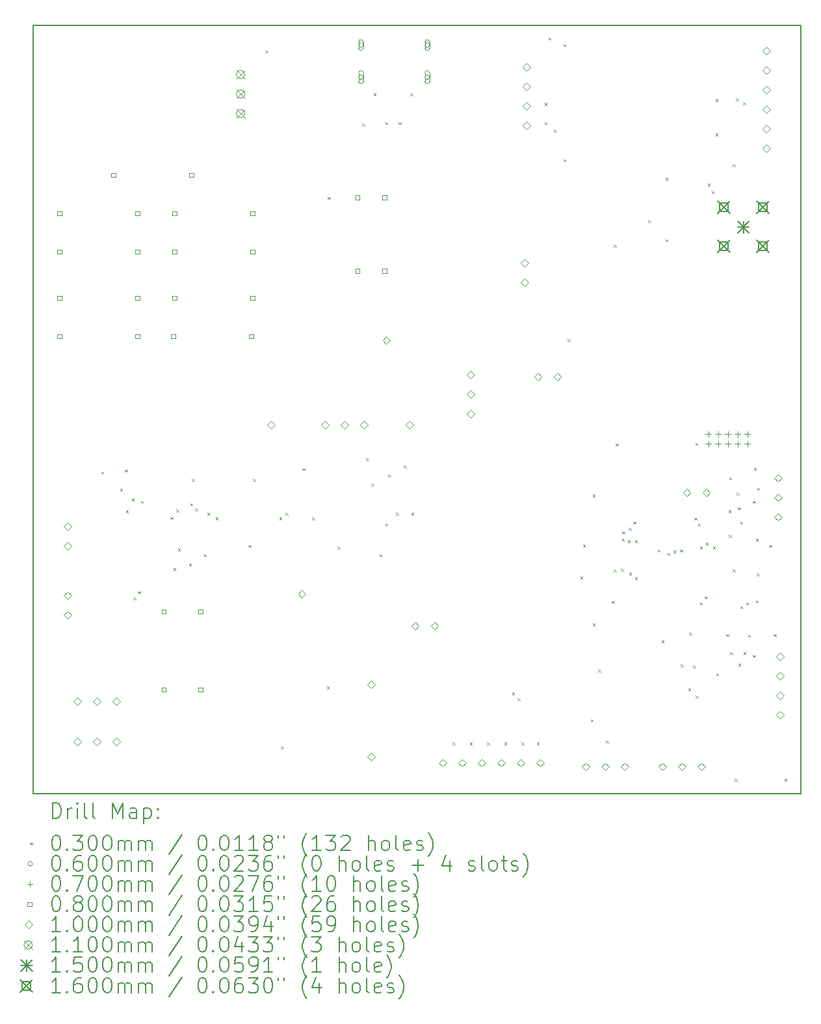
<source format=gbr>
%TF.GenerationSoftware,KiCad,Pcbnew,8.0.2-8.0.2-0~ubuntu20.04.1*%
%TF.CreationDate,2024-05-16T16:26:24-07:00*%
%TF.ProjectId,cpm_proj,63706d5f-7072-46f6-9a2e-6b696361645f,rev?*%
%TF.SameCoordinates,Original*%
%TF.FileFunction,Drillmap*%
%TF.FilePolarity,Positive*%
%FSLAX45Y45*%
G04 Gerber Fmt 4.5, Leading zero omitted, Abs format (unit mm)*
G04 Created by KiCad (PCBNEW 8.0.2-8.0.2-0~ubuntu20.04.1) date 2024-05-16 16:26:24*
%MOMM*%
%LPD*%
G01*
G04 APERTURE LIST*
%ADD10C,0.200000*%
%ADD11C,0.100000*%
%ADD12C,0.110000*%
%ADD13C,0.150000*%
%ADD14C,0.160000*%
G04 APERTURE END LIST*
D10*
X6200000Y-4100000D02*
X16200000Y-4100000D01*
X16200000Y-14100000D01*
X6200000Y-14100000D01*
X6200000Y-4100000D01*
D11*
X7085000Y-9910000D02*
X7115000Y-9940000D01*
X7115000Y-9910000D02*
X7085000Y-9940000D01*
X7333000Y-10135000D02*
X7363000Y-10165000D01*
X7363000Y-10135000D02*
X7333000Y-10165000D01*
X7395000Y-9885000D02*
X7425000Y-9915000D01*
X7425000Y-9885000D02*
X7395000Y-9915000D01*
X7408363Y-10411637D02*
X7438363Y-10441637D01*
X7438363Y-10411637D02*
X7408363Y-10441637D01*
X7483000Y-10260000D02*
X7513000Y-10290000D01*
X7513000Y-10260000D02*
X7483000Y-10290000D01*
X7505000Y-11545000D02*
X7535000Y-11575000D01*
X7535000Y-11545000D02*
X7505000Y-11575000D01*
X7565000Y-11465000D02*
X7595000Y-11495000D01*
X7595000Y-11465000D02*
X7565000Y-11495000D01*
X7603000Y-10287853D02*
X7633000Y-10317853D01*
X7633000Y-10287853D02*
X7603000Y-10317853D01*
X7987426Y-10500000D02*
X8017426Y-10530000D01*
X8017426Y-10500000D02*
X7987426Y-10530000D01*
X8025000Y-11165000D02*
X8055000Y-11195000D01*
X8055000Y-11165000D02*
X8025000Y-11195000D01*
X8065000Y-10405000D02*
X8095000Y-10435000D01*
X8095000Y-10405000D02*
X8065000Y-10435000D01*
X8085000Y-10910000D02*
X8115000Y-10940000D01*
X8115000Y-10910000D02*
X8085000Y-10940000D01*
X8230000Y-11105000D02*
X8260000Y-11135000D01*
X8260000Y-11105000D02*
X8230000Y-11135000D01*
X8245000Y-10325000D02*
X8275000Y-10355000D01*
X8275000Y-10325000D02*
X8245000Y-10355000D01*
X8265000Y-10005000D02*
X8295000Y-10035000D01*
X8295000Y-10005000D02*
X8265000Y-10035000D01*
X8310000Y-10385000D02*
X8340000Y-10415000D01*
X8340000Y-10385000D02*
X8310000Y-10415000D01*
X8425000Y-10985000D02*
X8455000Y-11015000D01*
X8455000Y-10985000D02*
X8425000Y-11015000D01*
X8465000Y-10445000D02*
X8495000Y-10475000D01*
X8495000Y-10445000D02*
X8465000Y-10475000D01*
X8576905Y-10505000D02*
X8606905Y-10535000D01*
X8606905Y-10505000D02*
X8576905Y-10535000D01*
X9005000Y-10865000D02*
X9035000Y-10895000D01*
X9035000Y-10865000D02*
X9005000Y-10895000D01*
X9065000Y-10005000D02*
X9095000Y-10035000D01*
X9095000Y-10005000D02*
X9065000Y-10035000D01*
X9225000Y-4425000D02*
X9255000Y-4455000D01*
X9255000Y-4425000D02*
X9225000Y-4455000D01*
X9405000Y-10505000D02*
X9435000Y-10535000D01*
X9435000Y-10505000D02*
X9405000Y-10535000D01*
X9425000Y-13485000D02*
X9455000Y-13515000D01*
X9455000Y-13485000D02*
X9425000Y-13515000D01*
X9485000Y-10445000D02*
X9515000Y-10475000D01*
X9515000Y-10445000D02*
X9485000Y-10475000D01*
X9705000Y-9865000D02*
X9735000Y-9895000D01*
X9735000Y-9865000D02*
X9705000Y-9895000D01*
X9835074Y-10505000D02*
X9865074Y-10535000D01*
X9865074Y-10505000D02*
X9835074Y-10535000D01*
X10025000Y-12705000D02*
X10055000Y-12735000D01*
X10055000Y-12705000D02*
X10025000Y-12735000D01*
X10035000Y-6335000D02*
X10065000Y-6365000D01*
X10065000Y-6335000D02*
X10035000Y-6365000D01*
X10165000Y-10885002D02*
X10195000Y-10915002D01*
X10195000Y-10885002D02*
X10165000Y-10915002D01*
X10485000Y-5385000D02*
X10515000Y-5415000D01*
X10515000Y-5385000D02*
X10485000Y-5415000D01*
X10535000Y-9735000D02*
X10565000Y-9765000D01*
X10565000Y-9735000D02*
X10535000Y-9765000D01*
X10605000Y-10065000D02*
X10635000Y-10095000D01*
X10635000Y-10065000D02*
X10605000Y-10095000D01*
X10635000Y-4985000D02*
X10665000Y-5015000D01*
X10665000Y-4985000D02*
X10635000Y-5015000D01*
X10710000Y-10984999D02*
X10740000Y-11014999D01*
X10740000Y-10984999D02*
X10710000Y-11014999D01*
X10785000Y-5360000D02*
X10815000Y-5390000D01*
X10815000Y-5360000D02*
X10785000Y-5390000D01*
X10785000Y-10585000D02*
X10815000Y-10615000D01*
X10815000Y-10585000D02*
X10785000Y-10615000D01*
X10825000Y-9945000D02*
X10855000Y-9975000D01*
X10855000Y-9945000D02*
X10825000Y-9975000D01*
X10925000Y-10445000D02*
X10955000Y-10475000D01*
X10955000Y-10445000D02*
X10925000Y-10475000D01*
X10960000Y-5360000D02*
X10990000Y-5390000D01*
X10990000Y-5360000D02*
X10960000Y-5390000D01*
X11026250Y-9829360D02*
X11056250Y-9859360D01*
X11056250Y-9829360D02*
X11026250Y-9859360D01*
X11110000Y-4985000D02*
X11140000Y-5015000D01*
X11140000Y-4985000D02*
X11110000Y-5015000D01*
X11125000Y-10445000D02*
X11155000Y-10475000D01*
X11155000Y-10445000D02*
X11125000Y-10475000D01*
X11660000Y-13435000D02*
X11690000Y-13465000D01*
X11690000Y-13435000D02*
X11660000Y-13465000D01*
X11885000Y-13435000D02*
X11915000Y-13465000D01*
X11915000Y-13435000D02*
X11885000Y-13465000D01*
X12110000Y-13435000D02*
X12140000Y-13465000D01*
X12140000Y-13435000D02*
X12110000Y-13465000D01*
X12335000Y-13435000D02*
X12365000Y-13465000D01*
X12365000Y-13435000D02*
X12335000Y-13465000D01*
X12435000Y-12785000D02*
X12465000Y-12815000D01*
X12465000Y-12785000D02*
X12435000Y-12815000D01*
X12510000Y-12860000D02*
X12540000Y-12890000D01*
X12540000Y-12860000D02*
X12510000Y-12890000D01*
X12560000Y-13435000D02*
X12590000Y-13465000D01*
X12590000Y-13435000D02*
X12560000Y-13465000D01*
X12760000Y-13435000D02*
X12790000Y-13465000D01*
X12790000Y-13435000D02*
X12760000Y-13465000D01*
X12860000Y-5110000D02*
X12890000Y-5140000D01*
X12890000Y-5110000D02*
X12860000Y-5140000D01*
X12860000Y-5360000D02*
X12890000Y-5390000D01*
X12890000Y-5360000D02*
X12860000Y-5390000D01*
X12910000Y-4260000D02*
X12940000Y-4290000D01*
X12940000Y-4260000D02*
X12910000Y-4290000D01*
X12985000Y-5460000D02*
X13015000Y-5490000D01*
X13015000Y-5460000D02*
X12985000Y-5490000D01*
X13105000Y-4345000D02*
X13135000Y-4375000D01*
X13135000Y-4345000D02*
X13105000Y-4375000D01*
X13105000Y-5845000D02*
X13135000Y-5875000D01*
X13135000Y-5845000D02*
X13105000Y-5875000D01*
X13160000Y-8185000D02*
X13190000Y-8215000D01*
X13190000Y-8185000D02*
X13160000Y-8215000D01*
X13327426Y-11277426D02*
X13357426Y-11307426D01*
X13357426Y-11277426D02*
X13327426Y-11307426D01*
X13360000Y-10860000D02*
X13390000Y-10890000D01*
X13390000Y-10860000D02*
X13360000Y-10890000D01*
X13460000Y-13135000D02*
X13490000Y-13165000D01*
X13490000Y-13135000D02*
X13460000Y-13165000D01*
X13485000Y-10210000D02*
X13515000Y-10240000D01*
X13515000Y-10210000D02*
X13485000Y-10240000D01*
X13485000Y-11885000D02*
X13515000Y-11915000D01*
X13515000Y-11885000D02*
X13485000Y-11915000D01*
X13560000Y-12485000D02*
X13590000Y-12515000D01*
X13590000Y-12485000D02*
X13560000Y-12515000D01*
X13660000Y-13410000D02*
X13690000Y-13440000D01*
X13690000Y-13410000D02*
X13660000Y-13440000D01*
X13734939Y-11591678D02*
X13764939Y-11621678D01*
X13764939Y-11591678D02*
X13734939Y-11621678D01*
X13759956Y-11184956D02*
X13789956Y-11214956D01*
X13789956Y-11184956D02*
X13759956Y-11214956D01*
X13760000Y-6960000D02*
X13790000Y-6990000D01*
X13790000Y-6960000D02*
X13760000Y-6990000D01*
X13785000Y-9545000D02*
X13815000Y-9575000D01*
X13815000Y-9545000D02*
X13785000Y-9575000D01*
X13853670Y-11176095D02*
X13883670Y-11206095D01*
X13883670Y-11176095D02*
X13853670Y-11206095D01*
X13867388Y-10780597D02*
X13897388Y-10810597D01*
X13897388Y-10780597D02*
X13867388Y-10810597D01*
X13874066Y-10689066D02*
X13904066Y-10719066D01*
X13904066Y-10689066D02*
X13874066Y-10719066D01*
X13945000Y-10800000D02*
X13975000Y-10830000D01*
X13975000Y-10800000D02*
X13945000Y-10830000D01*
X13956961Y-10640000D02*
X13986961Y-10670000D01*
X13986961Y-10640000D02*
X13956961Y-10670000D01*
X13960000Y-11225000D02*
X13990000Y-11255000D01*
X13990000Y-11225000D02*
X13960000Y-11255000D01*
X14017470Y-10560000D02*
X14047470Y-10590000D01*
X14047470Y-10560000D02*
X14017470Y-10590000D01*
X14035000Y-10800000D02*
X14065000Y-10830000D01*
X14065000Y-10800000D02*
X14035000Y-10830000D01*
X14035000Y-11285000D02*
X14065000Y-11315000D01*
X14065000Y-11285000D02*
X14035000Y-11315000D01*
X14210000Y-6635000D02*
X14240000Y-6665000D01*
X14240000Y-6635000D02*
X14210000Y-6665000D01*
X14335000Y-10925000D02*
X14365000Y-10955000D01*
X14365000Y-10925000D02*
X14335000Y-10955000D01*
X14385000Y-12105000D02*
X14415000Y-12135000D01*
X14415000Y-12105000D02*
X14385000Y-12135000D01*
X14435000Y-6085000D02*
X14465000Y-6115000D01*
X14465000Y-6085000D02*
X14435000Y-6115000D01*
X14435000Y-6885000D02*
X14465000Y-6915000D01*
X14465000Y-6885000D02*
X14435000Y-6915000D01*
X14460147Y-10965000D02*
X14490147Y-10995000D01*
X14490147Y-10965000D02*
X14460147Y-10995000D01*
X14535000Y-10935000D02*
X14565000Y-10965000D01*
X14565000Y-10935000D02*
X14535000Y-10965000D01*
X14625000Y-10925000D02*
X14655000Y-10955000D01*
X14655000Y-10925000D02*
X14625000Y-10955000D01*
X14635001Y-12419601D02*
X14665001Y-12449601D01*
X14665001Y-12419601D02*
X14635001Y-12449601D01*
X14729437Y-12733052D02*
X14759437Y-12763052D01*
X14759437Y-12733052D02*
X14729437Y-12763052D01*
X14745000Y-12005000D02*
X14775000Y-12035000D01*
X14775000Y-12005000D02*
X14745000Y-12035000D01*
X14794600Y-12435000D02*
X14824600Y-12465000D01*
X14824600Y-12435000D02*
X14794600Y-12465000D01*
X14810000Y-10510000D02*
X14840000Y-10540000D01*
X14840000Y-10510000D02*
X14810000Y-10540000D01*
X14825000Y-9535000D02*
X14855000Y-9565000D01*
X14855000Y-9535000D02*
X14825000Y-9565000D01*
X14827384Y-12827384D02*
X14857384Y-12857384D01*
X14857384Y-12827384D02*
X14827384Y-12857384D01*
X14860000Y-10585000D02*
X14890000Y-10615000D01*
X14890000Y-10585000D02*
X14860000Y-10615000D01*
X14885000Y-10885000D02*
X14915000Y-10915000D01*
X14915000Y-10885000D02*
X14885000Y-10915000D01*
X14885000Y-11610000D02*
X14915000Y-11640000D01*
X14915000Y-11610000D02*
X14885000Y-11640000D01*
X14945000Y-11535000D02*
X14975000Y-11565000D01*
X14975000Y-11535000D02*
X14945000Y-11565000D01*
X14960000Y-10835000D02*
X14990000Y-10865000D01*
X14990000Y-10835000D02*
X14960000Y-10865000D01*
X14984998Y-6160000D02*
X15014998Y-6190000D01*
X15014998Y-6160000D02*
X14984998Y-6190000D01*
X15035001Y-6260000D02*
X15065001Y-6290000D01*
X15065001Y-6260000D02*
X15035001Y-6290000D01*
X15052353Y-10885000D02*
X15082353Y-10915000D01*
X15082353Y-10885000D02*
X15052353Y-10915000D01*
X15085000Y-5060000D02*
X15115000Y-5090000D01*
X15115000Y-5060000D02*
X15085000Y-5090000D01*
X15085000Y-5510000D02*
X15115000Y-5540000D01*
X15115000Y-5510000D02*
X15085000Y-5540000D01*
X15095000Y-12535000D02*
X15125000Y-12565000D01*
X15125000Y-12535000D02*
X15095000Y-12565000D01*
X15225000Y-12025000D02*
X15255000Y-12055000D01*
X15255000Y-12025000D02*
X15225000Y-12055000D01*
X15254200Y-10410000D02*
X15284200Y-10440000D01*
X15284200Y-10410000D02*
X15254200Y-10440000D01*
X15260000Y-10735000D02*
X15290000Y-10765000D01*
X15290000Y-10735000D02*
X15260000Y-10765000D01*
X15265000Y-9985000D02*
X15295000Y-10015000D01*
X15295000Y-9985000D02*
X15265000Y-10015000D01*
X15275000Y-12260000D02*
X15305000Y-12290000D01*
X15305000Y-12260000D02*
X15275000Y-12290000D01*
X15310000Y-5910000D02*
X15340000Y-5940000D01*
X15340000Y-5910000D02*
X15310000Y-5940000D01*
X15310000Y-11185000D02*
X15340000Y-11215000D01*
X15340000Y-11185000D02*
X15310000Y-11215000D01*
X15335000Y-13910000D02*
X15365000Y-13940000D01*
X15365000Y-13910000D02*
X15335000Y-13940000D01*
X15352000Y-5052000D02*
X15382000Y-5082000D01*
X15382000Y-5052000D02*
X15352000Y-5082000D01*
X15360000Y-10185000D02*
X15390000Y-10215000D01*
X15390000Y-10185000D02*
X15360000Y-10215000D01*
X15379513Y-10372997D02*
X15409513Y-10402997D01*
X15409513Y-10372997D02*
X15379513Y-10402997D01*
X15385000Y-12410000D02*
X15415000Y-12440000D01*
X15415000Y-12410000D02*
X15385000Y-12440000D01*
X15410000Y-10560000D02*
X15440000Y-10590000D01*
X15440000Y-10560000D02*
X15410000Y-10590000D01*
X15410000Y-11660000D02*
X15440000Y-11690000D01*
X15440000Y-11660000D02*
X15410000Y-11690000D01*
X15444289Y-5105711D02*
X15474289Y-5135711D01*
X15474289Y-5105711D02*
X15444289Y-5135711D01*
X15450400Y-12260000D02*
X15480400Y-12290000D01*
X15480400Y-12260000D02*
X15450400Y-12290000D01*
X15485000Y-11610000D02*
X15515000Y-11640000D01*
X15515000Y-11610000D02*
X15485000Y-11640000D01*
X15510000Y-12035000D02*
X15540000Y-12065000D01*
X15540000Y-12035000D02*
X15510000Y-12065000D01*
X15575400Y-10288755D02*
X15605400Y-10318755D01*
X15605400Y-10288755D02*
X15575400Y-10318755D01*
X15575784Y-12294216D02*
X15605784Y-12324216D01*
X15605784Y-12294216D02*
X15575784Y-12324216D01*
X15585000Y-9860000D02*
X15615000Y-9890000D01*
X15615000Y-9860000D02*
X15585000Y-9890000D01*
X15610000Y-10785000D02*
X15640000Y-10815000D01*
X15640000Y-10785000D02*
X15610000Y-10815000D01*
X15610000Y-11585000D02*
X15640000Y-11615000D01*
X15640000Y-11585000D02*
X15610000Y-11615000D01*
X15626443Y-11232615D02*
X15656443Y-11262615D01*
X15656443Y-11232615D02*
X15626443Y-11262615D01*
X15629080Y-10119600D02*
X15659080Y-10149600D01*
X15659080Y-10119600D02*
X15629080Y-10149600D01*
X15785000Y-10865000D02*
X15815000Y-10895000D01*
X15815000Y-10865000D02*
X15785000Y-10895000D01*
X15845000Y-12025000D02*
X15875000Y-12055000D01*
X15875000Y-12025000D02*
X15845000Y-12055000D01*
X15985000Y-13910000D02*
X16015000Y-13940000D01*
X16015000Y-13910000D02*
X15985000Y-13940000D01*
X10498000Y-4358500D02*
G75*
G02*
X10438000Y-4358500I-30000J0D01*
G01*
X10438000Y-4358500D02*
G75*
G02*
X10498000Y-4358500I30000J0D01*
G01*
X10498000Y-4398500D02*
X10498000Y-4318500D01*
X10438000Y-4318500D02*
G75*
G02*
X10498000Y-4318500I30000J0D01*
G01*
X10438000Y-4318500D02*
X10438000Y-4398500D01*
X10438000Y-4398500D02*
G75*
G03*
X10498000Y-4398500I30000J0D01*
G01*
X10498000Y-4776500D02*
G75*
G02*
X10438000Y-4776500I-30000J0D01*
G01*
X10438000Y-4776500D02*
G75*
G02*
X10498000Y-4776500I30000J0D01*
G01*
X10498000Y-4831500D02*
X10498000Y-4721500D01*
X10438000Y-4721500D02*
G75*
G02*
X10498000Y-4721500I30000J0D01*
G01*
X10438000Y-4721500D02*
X10438000Y-4831500D01*
X10438000Y-4831500D02*
G75*
G03*
X10498000Y-4831500I30000J0D01*
G01*
X11362000Y-4358500D02*
G75*
G02*
X11302000Y-4358500I-30000J0D01*
G01*
X11302000Y-4358500D02*
G75*
G02*
X11362000Y-4358500I30000J0D01*
G01*
X11362000Y-4398500D02*
X11362000Y-4318500D01*
X11302000Y-4318500D02*
G75*
G02*
X11362000Y-4318500I30000J0D01*
G01*
X11302000Y-4318500D02*
X11302000Y-4398500D01*
X11302000Y-4398500D02*
G75*
G03*
X11362000Y-4398500I30000J0D01*
G01*
X11362000Y-4776500D02*
G75*
G02*
X11302000Y-4776500I-30000J0D01*
G01*
X11302000Y-4776500D02*
G75*
G02*
X11362000Y-4776500I30000J0D01*
G01*
X11362000Y-4831500D02*
X11362000Y-4721500D01*
X11302000Y-4721500D02*
G75*
G02*
X11362000Y-4721500I30000J0D01*
G01*
X11302000Y-4721500D02*
X11302000Y-4831500D01*
X11302000Y-4831500D02*
G75*
G03*
X11362000Y-4831500I30000J0D01*
G01*
X14992000Y-9388000D02*
X14992000Y-9458000D01*
X14957000Y-9423000D02*
X15027000Y-9423000D01*
X14992000Y-9515000D02*
X14992000Y-9585000D01*
X14957000Y-9550000D02*
X15027000Y-9550000D01*
X15119000Y-9388000D02*
X15119000Y-9458000D01*
X15084000Y-9423000D02*
X15154000Y-9423000D01*
X15119000Y-9515000D02*
X15119000Y-9585000D01*
X15084000Y-9550000D02*
X15154000Y-9550000D01*
X15246000Y-9388000D02*
X15246000Y-9458000D01*
X15211000Y-9423000D02*
X15281000Y-9423000D01*
X15246000Y-9515000D02*
X15246000Y-9585000D01*
X15211000Y-9550000D02*
X15281000Y-9550000D01*
X15373000Y-9388000D02*
X15373000Y-9458000D01*
X15338000Y-9423000D02*
X15408000Y-9423000D01*
X15373000Y-9515000D02*
X15373000Y-9585000D01*
X15338000Y-9550000D02*
X15408000Y-9550000D01*
X15500000Y-9388000D02*
X15500000Y-9458000D01*
X15465000Y-9423000D02*
X15535000Y-9423000D01*
X15500000Y-9515000D02*
X15500000Y-9585000D01*
X15465000Y-9550000D02*
X15535000Y-9550000D01*
X6570284Y-6578284D02*
X6570284Y-6521715D01*
X6513715Y-6521715D01*
X6513715Y-6578284D01*
X6570284Y-6578284D01*
X6570284Y-7078284D02*
X6570284Y-7021715D01*
X6513715Y-7021715D01*
X6513715Y-7078284D01*
X6570284Y-7078284D01*
X6570284Y-7678284D02*
X6570284Y-7621715D01*
X6513715Y-7621715D01*
X6513715Y-7678284D01*
X6570284Y-7678284D01*
X6570284Y-8178284D02*
X6570284Y-8121715D01*
X6513715Y-8121715D01*
X6513715Y-8178284D01*
X6570284Y-8178284D01*
X7270284Y-6078284D02*
X7270284Y-6021715D01*
X7213715Y-6021715D01*
X7213715Y-6078284D01*
X7270284Y-6078284D01*
X7586284Y-6578284D02*
X7586284Y-6521715D01*
X7529715Y-6521715D01*
X7529715Y-6578284D01*
X7586284Y-6578284D01*
X7586284Y-7078284D02*
X7586284Y-7021715D01*
X7529715Y-7021715D01*
X7529715Y-7078284D01*
X7586284Y-7078284D01*
X7586284Y-7678284D02*
X7586284Y-7621715D01*
X7529715Y-7621715D01*
X7529715Y-7678284D01*
X7586284Y-7678284D01*
X7586284Y-8178284D02*
X7586284Y-8121715D01*
X7529715Y-8121715D01*
X7529715Y-8178284D01*
X7586284Y-8178284D01*
X7928284Y-11760284D02*
X7928284Y-11703715D01*
X7871715Y-11703715D01*
X7871715Y-11760284D01*
X7928284Y-11760284D01*
X7928284Y-12776284D02*
X7928284Y-12719715D01*
X7871715Y-12719715D01*
X7871715Y-12776284D01*
X7928284Y-12776284D01*
X8051284Y-8178284D02*
X8051284Y-8121715D01*
X7994715Y-8121715D01*
X7994715Y-8178284D01*
X8051284Y-8178284D01*
X8070284Y-6578284D02*
X8070284Y-6521715D01*
X8013715Y-6521715D01*
X8013715Y-6578284D01*
X8070284Y-6578284D01*
X8070284Y-7078284D02*
X8070284Y-7021715D01*
X8013715Y-7021715D01*
X8013715Y-7078284D01*
X8070284Y-7078284D01*
X8070284Y-7678284D02*
X8070284Y-7621715D01*
X8013715Y-7621715D01*
X8013715Y-7678284D01*
X8070284Y-7678284D01*
X8286284Y-6078284D02*
X8286284Y-6021715D01*
X8229715Y-6021715D01*
X8229715Y-6078284D01*
X8286284Y-6078284D01*
X8408285Y-11760284D02*
X8408285Y-11703715D01*
X8351715Y-11703715D01*
X8351715Y-11760284D01*
X8408285Y-11760284D01*
X8408285Y-12776284D02*
X8408285Y-12719715D01*
X8351715Y-12719715D01*
X8351715Y-12776284D01*
X8408285Y-12776284D01*
X9067285Y-8178284D02*
X9067285Y-8121715D01*
X9010716Y-8121715D01*
X9010716Y-8178284D01*
X9067285Y-8178284D01*
X9086285Y-6578284D02*
X9086285Y-6521715D01*
X9029716Y-6521715D01*
X9029716Y-6578284D01*
X9086285Y-6578284D01*
X9086285Y-7078284D02*
X9086285Y-7021715D01*
X9029716Y-7021715D01*
X9029716Y-7078284D01*
X9086285Y-7078284D01*
X9086285Y-7678284D02*
X9086285Y-7621715D01*
X9029716Y-7621715D01*
X9029716Y-7678284D01*
X9086285Y-7678284D01*
X10453285Y-6373284D02*
X10453285Y-6316715D01*
X10396716Y-6316715D01*
X10396716Y-6373284D01*
X10453285Y-6373284D01*
X10453285Y-7328284D02*
X10453285Y-7271715D01*
X10396716Y-7271715D01*
X10396716Y-7328284D01*
X10453285Y-7328284D01*
X10803285Y-6373284D02*
X10803285Y-6316715D01*
X10746716Y-6316715D01*
X10746716Y-6373284D01*
X10803285Y-6373284D01*
X10803285Y-7328284D02*
X10803285Y-7271715D01*
X10746716Y-7271715D01*
X10746716Y-7328284D01*
X10803285Y-7328284D01*
X6650000Y-10672500D02*
X6700000Y-10622500D01*
X6650000Y-10572500D01*
X6600000Y-10622500D01*
X6650000Y-10672500D01*
X6650000Y-10926500D02*
X6700000Y-10876500D01*
X6650000Y-10826500D01*
X6600000Y-10876500D01*
X6650000Y-10926500D01*
X6650000Y-11573500D02*
X6700000Y-11523500D01*
X6650000Y-11473500D01*
X6600000Y-11523500D01*
X6650000Y-11573500D01*
X6650000Y-11827500D02*
X6700000Y-11777500D01*
X6650000Y-11727500D01*
X6600000Y-11777500D01*
X6650000Y-11827500D01*
X6772500Y-12950000D02*
X6822500Y-12900000D01*
X6772500Y-12850000D01*
X6722500Y-12900000D01*
X6772500Y-12950000D01*
X6772500Y-13475000D02*
X6822500Y-13425000D01*
X6772500Y-13375000D01*
X6722500Y-13425000D01*
X6772500Y-13475000D01*
X7026500Y-12950000D02*
X7076500Y-12900000D01*
X7026500Y-12850000D01*
X6976500Y-12900000D01*
X7026500Y-12950000D01*
X7026500Y-13475000D02*
X7076500Y-13425000D01*
X7026500Y-13375000D01*
X6976500Y-13425000D01*
X7026500Y-13475000D01*
X7280500Y-12950000D02*
X7330500Y-12900000D01*
X7280500Y-12850000D01*
X7230500Y-12900000D01*
X7280500Y-12950000D01*
X7280500Y-13475000D02*
X7330500Y-13425000D01*
X7280500Y-13375000D01*
X7230500Y-13425000D01*
X7280500Y-13475000D01*
X9300000Y-9350000D02*
X9350000Y-9300000D01*
X9300000Y-9250000D01*
X9250000Y-9300000D01*
X9300000Y-9350000D01*
X9700000Y-11550000D02*
X9750000Y-11500000D01*
X9700000Y-11450000D01*
X9650000Y-11500000D01*
X9700000Y-11550000D01*
X10000000Y-9350000D02*
X10050000Y-9300000D01*
X10000000Y-9250000D01*
X9950000Y-9300000D01*
X10000000Y-9350000D01*
X10254000Y-9350000D02*
X10304000Y-9300000D01*
X10254000Y-9250000D01*
X10204000Y-9300000D01*
X10254000Y-9350000D01*
X10508000Y-9350000D02*
X10558000Y-9300000D01*
X10508000Y-9250000D01*
X10458000Y-9300000D01*
X10508000Y-9350000D01*
X10600000Y-12730000D02*
X10650000Y-12680000D01*
X10600000Y-12630000D01*
X10550000Y-12680000D01*
X10600000Y-12730000D01*
X10600000Y-13670000D02*
X10650000Y-13620000D01*
X10600000Y-13570000D01*
X10550000Y-13620000D01*
X10600000Y-13670000D01*
X10800000Y-8250000D02*
X10850000Y-8200000D01*
X10800000Y-8150000D01*
X10750000Y-8200000D01*
X10800000Y-8250000D01*
X11100000Y-9350000D02*
X11150000Y-9300000D01*
X11100000Y-9250000D01*
X11050000Y-9300000D01*
X11100000Y-9350000D01*
X11173500Y-11970000D02*
X11223500Y-11920000D01*
X11173500Y-11870000D01*
X11123500Y-11920000D01*
X11173500Y-11970000D01*
X11427500Y-11970000D02*
X11477500Y-11920000D01*
X11427500Y-11870000D01*
X11377500Y-11920000D01*
X11427500Y-11970000D01*
X11530000Y-13750000D02*
X11580000Y-13700000D01*
X11530000Y-13650000D01*
X11480000Y-13700000D01*
X11530000Y-13750000D01*
X11784000Y-13750000D02*
X11834000Y-13700000D01*
X11784000Y-13650000D01*
X11734000Y-13700000D01*
X11784000Y-13750000D01*
X11900000Y-8696000D02*
X11950000Y-8646000D01*
X11900000Y-8596000D01*
X11850000Y-8646000D01*
X11900000Y-8696000D01*
X11900000Y-8950000D02*
X11950000Y-8900000D01*
X11900000Y-8850000D01*
X11850000Y-8900000D01*
X11900000Y-8950000D01*
X11900000Y-9204000D02*
X11950000Y-9154000D01*
X11900000Y-9104000D01*
X11850000Y-9154000D01*
X11900000Y-9204000D01*
X12038000Y-13750000D02*
X12088000Y-13700000D01*
X12038000Y-13650000D01*
X11988000Y-13700000D01*
X12038000Y-13750000D01*
X12292000Y-13750000D02*
X12342000Y-13700000D01*
X12292000Y-13650000D01*
X12242000Y-13700000D01*
X12292000Y-13750000D01*
X12546000Y-13750000D02*
X12596000Y-13700000D01*
X12546000Y-13650000D01*
X12496000Y-13700000D01*
X12546000Y-13750000D01*
X12600000Y-7242500D02*
X12650000Y-7192500D01*
X12600000Y-7142500D01*
X12550000Y-7192500D01*
X12600000Y-7242500D01*
X12600000Y-7496500D02*
X12650000Y-7446500D01*
X12600000Y-7396500D01*
X12550000Y-7446500D01*
X12600000Y-7496500D01*
X12625000Y-4692000D02*
X12675000Y-4642000D01*
X12625000Y-4592000D01*
X12575000Y-4642000D01*
X12625000Y-4692000D01*
X12625000Y-4946000D02*
X12675000Y-4896000D01*
X12625000Y-4846000D01*
X12575000Y-4896000D01*
X12625000Y-4946000D01*
X12625000Y-5200000D02*
X12675000Y-5150000D01*
X12625000Y-5100000D01*
X12575000Y-5150000D01*
X12625000Y-5200000D01*
X12625000Y-5454000D02*
X12675000Y-5404000D01*
X12625000Y-5354000D01*
X12575000Y-5404000D01*
X12625000Y-5454000D01*
X12773500Y-8725000D02*
X12823500Y-8675000D01*
X12773500Y-8625000D01*
X12723500Y-8675000D01*
X12773500Y-8725000D01*
X12800000Y-13750000D02*
X12850000Y-13700000D01*
X12800000Y-13650000D01*
X12750000Y-13700000D01*
X12800000Y-13750000D01*
X13027500Y-8725000D02*
X13077500Y-8675000D01*
X13027500Y-8625000D01*
X12977500Y-8675000D01*
X13027500Y-8725000D01*
X13397500Y-13800000D02*
X13447500Y-13750000D01*
X13397500Y-13700000D01*
X13347500Y-13750000D01*
X13397500Y-13800000D01*
X13651500Y-13800000D02*
X13701500Y-13750000D01*
X13651500Y-13700000D01*
X13601500Y-13750000D01*
X13651500Y-13800000D01*
X13905500Y-13800000D02*
X13955500Y-13750000D01*
X13905500Y-13700000D01*
X13855500Y-13750000D01*
X13905500Y-13800000D01*
X14397500Y-13800000D02*
X14447500Y-13750000D01*
X14397500Y-13700000D01*
X14347500Y-13750000D01*
X14397500Y-13800000D01*
X14651500Y-13800000D02*
X14701500Y-13750000D01*
X14651500Y-13700000D01*
X14601500Y-13750000D01*
X14651500Y-13800000D01*
X14712500Y-10230000D02*
X14762500Y-10180000D01*
X14712500Y-10130000D01*
X14662500Y-10180000D01*
X14712500Y-10230000D01*
X14905500Y-13800000D02*
X14955500Y-13750000D01*
X14905500Y-13700000D01*
X14855500Y-13750000D01*
X14905500Y-13800000D01*
X14966500Y-10230000D02*
X15016500Y-10180000D01*
X14966500Y-10130000D01*
X14916500Y-10180000D01*
X14966500Y-10230000D01*
X15750000Y-4480000D02*
X15800000Y-4430000D01*
X15750000Y-4380000D01*
X15700000Y-4430000D01*
X15750000Y-4480000D01*
X15750000Y-4734000D02*
X15800000Y-4684000D01*
X15750000Y-4634000D01*
X15700000Y-4684000D01*
X15750000Y-4734000D01*
X15750000Y-4988000D02*
X15800000Y-4938000D01*
X15750000Y-4888000D01*
X15700000Y-4938000D01*
X15750000Y-4988000D01*
X15750000Y-5242000D02*
X15800000Y-5192000D01*
X15750000Y-5142000D01*
X15700000Y-5192000D01*
X15750000Y-5242000D01*
X15750000Y-5496000D02*
X15800000Y-5446000D01*
X15750000Y-5396000D01*
X15700000Y-5446000D01*
X15750000Y-5496000D01*
X15750000Y-5750000D02*
X15800000Y-5700000D01*
X15750000Y-5650000D01*
X15700000Y-5700000D01*
X15750000Y-5750000D01*
X15900000Y-10042000D02*
X15950000Y-9992000D01*
X15900000Y-9942000D01*
X15850000Y-9992000D01*
X15900000Y-10042000D01*
X15900000Y-10296000D02*
X15950000Y-10246000D01*
X15900000Y-10196000D01*
X15850000Y-10246000D01*
X15900000Y-10296000D01*
X15900000Y-10550000D02*
X15950000Y-10500000D01*
X15900000Y-10450000D01*
X15850000Y-10500000D01*
X15900000Y-10550000D01*
X15925000Y-12363000D02*
X15975000Y-12313000D01*
X15925000Y-12263000D01*
X15875000Y-12313000D01*
X15925000Y-12363000D01*
X15925000Y-12617000D02*
X15975000Y-12567000D01*
X15925000Y-12517000D01*
X15875000Y-12567000D01*
X15925000Y-12617000D01*
X15925000Y-12871000D02*
X15975000Y-12821000D01*
X15925000Y-12771000D01*
X15875000Y-12821000D01*
X15925000Y-12871000D01*
X15925000Y-13125000D02*
X15975000Y-13075000D01*
X15925000Y-13025000D01*
X15875000Y-13075000D01*
X15925000Y-13125000D01*
D12*
X8845000Y-4687000D02*
X8955000Y-4797000D01*
X8955000Y-4687000D02*
X8845000Y-4797000D01*
X8955000Y-4742000D02*
G75*
G02*
X8845000Y-4742000I-55000J0D01*
G01*
X8845000Y-4742000D02*
G75*
G02*
X8955000Y-4742000I55000J0D01*
G01*
X8845000Y-4941000D02*
X8955000Y-5051000D01*
X8955000Y-4941000D02*
X8845000Y-5051000D01*
X8955000Y-4996000D02*
G75*
G02*
X8845000Y-4996000I-55000J0D01*
G01*
X8845000Y-4996000D02*
G75*
G02*
X8955000Y-4996000I55000J0D01*
G01*
X8845000Y-5195000D02*
X8955000Y-5305000D01*
X8955000Y-5195000D02*
X8845000Y-5305000D01*
X8955000Y-5250000D02*
G75*
G02*
X8845000Y-5250000I-55000J0D01*
G01*
X8845000Y-5250000D02*
G75*
G02*
X8955000Y-5250000I55000J0D01*
G01*
D13*
X15375000Y-6650000D02*
X15525000Y-6800000D01*
X15525000Y-6650000D02*
X15375000Y-6800000D01*
X15450000Y-6650000D02*
X15450000Y-6800000D01*
X15375000Y-6725000D02*
X15525000Y-6725000D01*
D14*
X15116000Y-6391000D02*
X15276000Y-6551000D01*
X15276000Y-6391000D02*
X15116000Y-6551000D01*
X15252569Y-6527569D02*
X15252569Y-6414431D01*
X15139431Y-6414431D01*
X15139431Y-6527569D01*
X15252569Y-6527569D01*
X15116000Y-6899000D02*
X15276000Y-7059000D01*
X15276000Y-6899000D02*
X15116000Y-7059000D01*
X15252569Y-7035569D02*
X15252569Y-6922431D01*
X15139431Y-6922431D01*
X15139431Y-7035569D01*
X15252569Y-7035569D01*
X15624000Y-6391000D02*
X15784000Y-6551000D01*
X15784000Y-6391000D02*
X15624000Y-6551000D01*
X15760569Y-6527569D02*
X15760569Y-6414431D01*
X15647431Y-6414431D01*
X15647431Y-6527569D01*
X15760569Y-6527569D01*
X15624000Y-6899000D02*
X15784000Y-7059000D01*
X15784000Y-6899000D02*
X15624000Y-7059000D01*
X15760569Y-7035569D02*
X15760569Y-6922431D01*
X15647431Y-6922431D01*
X15647431Y-7035569D01*
X15760569Y-7035569D01*
D10*
X6450777Y-14421484D02*
X6450777Y-14221484D01*
X6450777Y-14221484D02*
X6498396Y-14221484D01*
X6498396Y-14221484D02*
X6526967Y-14231008D01*
X6526967Y-14231008D02*
X6546015Y-14250055D01*
X6546015Y-14250055D02*
X6555539Y-14269103D01*
X6555539Y-14269103D02*
X6565062Y-14307198D01*
X6565062Y-14307198D02*
X6565062Y-14335769D01*
X6565062Y-14335769D02*
X6555539Y-14373865D01*
X6555539Y-14373865D02*
X6546015Y-14392912D01*
X6546015Y-14392912D02*
X6526967Y-14411960D01*
X6526967Y-14411960D02*
X6498396Y-14421484D01*
X6498396Y-14421484D02*
X6450777Y-14421484D01*
X6650777Y-14421484D02*
X6650777Y-14288150D01*
X6650777Y-14326246D02*
X6660301Y-14307198D01*
X6660301Y-14307198D02*
X6669824Y-14297674D01*
X6669824Y-14297674D02*
X6688872Y-14288150D01*
X6688872Y-14288150D02*
X6707920Y-14288150D01*
X6774586Y-14421484D02*
X6774586Y-14288150D01*
X6774586Y-14221484D02*
X6765062Y-14231008D01*
X6765062Y-14231008D02*
X6774586Y-14240531D01*
X6774586Y-14240531D02*
X6784110Y-14231008D01*
X6784110Y-14231008D02*
X6774586Y-14221484D01*
X6774586Y-14221484D02*
X6774586Y-14240531D01*
X6898396Y-14421484D02*
X6879348Y-14411960D01*
X6879348Y-14411960D02*
X6869824Y-14392912D01*
X6869824Y-14392912D02*
X6869824Y-14221484D01*
X7003158Y-14421484D02*
X6984110Y-14411960D01*
X6984110Y-14411960D02*
X6974586Y-14392912D01*
X6974586Y-14392912D02*
X6974586Y-14221484D01*
X7231729Y-14421484D02*
X7231729Y-14221484D01*
X7231729Y-14221484D02*
X7298396Y-14364341D01*
X7298396Y-14364341D02*
X7365062Y-14221484D01*
X7365062Y-14221484D02*
X7365062Y-14421484D01*
X7546015Y-14421484D02*
X7546015Y-14316722D01*
X7546015Y-14316722D02*
X7536491Y-14297674D01*
X7536491Y-14297674D02*
X7517443Y-14288150D01*
X7517443Y-14288150D02*
X7479348Y-14288150D01*
X7479348Y-14288150D02*
X7460301Y-14297674D01*
X7546015Y-14411960D02*
X7526967Y-14421484D01*
X7526967Y-14421484D02*
X7479348Y-14421484D01*
X7479348Y-14421484D02*
X7460301Y-14411960D01*
X7460301Y-14411960D02*
X7450777Y-14392912D01*
X7450777Y-14392912D02*
X7450777Y-14373865D01*
X7450777Y-14373865D02*
X7460301Y-14354817D01*
X7460301Y-14354817D02*
X7479348Y-14345293D01*
X7479348Y-14345293D02*
X7526967Y-14345293D01*
X7526967Y-14345293D02*
X7546015Y-14335769D01*
X7641253Y-14288150D02*
X7641253Y-14488150D01*
X7641253Y-14297674D02*
X7660301Y-14288150D01*
X7660301Y-14288150D02*
X7698396Y-14288150D01*
X7698396Y-14288150D02*
X7717443Y-14297674D01*
X7717443Y-14297674D02*
X7726967Y-14307198D01*
X7726967Y-14307198D02*
X7736491Y-14326246D01*
X7736491Y-14326246D02*
X7736491Y-14383388D01*
X7736491Y-14383388D02*
X7726967Y-14402436D01*
X7726967Y-14402436D02*
X7717443Y-14411960D01*
X7717443Y-14411960D02*
X7698396Y-14421484D01*
X7698396Y-14421484D02*
X7660301Y-14421484D01*
X7660301Y-14421484D02*
X7641253Y-14411960D01*
X7822205Y-14402436D02*
X7831729Y-14411960D01*
X7831729Y-14411960D02*
X7822205Y-14421484D01*
X7822205Y-14421484D02*
X7812682Y-14411960D01*
X7812682Y-14411960D02*
X7822205Y-14402436D01*
X7822205Y-14402436D02*
X7822205Y-14421484D01*
X7822205Y-14297674D02*
X7831729Y-14307198D01*
X7831729Y-14307198D02*
X7822205Y-14316722D01*
X7822205Y-14316722D02*
X7812682Y-14307198D01*
X7812682Y-14307198D02*
X7822205Y-14297674D01*
X7822205Y-14297674D02*
X7822205Y-14316722D01*
D11*
X6160000Y-14735000D02*
X6190000Y-14765000D01*
X6190000Y-14735000D02*
X6160000Y-14765000D01*
D10*
X6488872Y-14641484D02*
X6507920Y-14641484D01*
X6507920Y-14641484D02*
X6526967Y-14651008D01*
X6526967Y-14651008D02*
X6536491Y-14660531D01*
X6536491Y-14660531D02*
X6546015Y-14679579D01*
X6546015Y-14679579D02*
X6555539Y-14717674D01*
X6555539Y-14717674D02*
X6555539Y-14765293D01*
X6555539Y-14765293D02*
X6546015Y-14803388D01*
X6546015Y-14803388D02*
X6536491Y-14822436D01*
X6536491Y-14822436D02*
X6526967Y-14831960D01*
X6526967Y-14831960D02*
X6507920Y-14841484D01*
X6507920Y-14841484D02*
X6488872Y-14841484D01*
X6488872Y-14841484D02*
X6469824Y-14831960D01*
X6469824Y-14831960D02*
X6460301Y-14822436D01*
X6460301Y-14822436D02*
X6450777Y-14803388D01*
X6450777Y-14803388D02*
X6441253Y-14765293D01*
X6441253Y-14765293D02*
X6441253Y-14717674D01*
X6441253Y-14717674D02*
X6450777Y-14679579D01*
X6450777Y-14679579D02*
X6460301Y-14660531D01*
X6460301Y-14660531D02*
X6469824Y-14651008D01*
X6469824Y-14651008D02*
X6488872Y-14641484D01*
X6641253Y-14822436D02*
X6650777Y-14831960D01*
X6650777Y-14831960D02*
X6641253Y-14841484D01*
X6641253Y-14841484D02*
X6631729Y-14831960D01*
X6631729Y-14831960D02*
X6641253Y-14822436D01*
X6641253Y-14822436D02*
X6641253Y-14841484D01*
X6717443Y-14641484D02*
X6841253Y-14641484D01*
X6841253Y-14641484D02*
X6774586Y-14717674D01*
X6774586Y-14717674D02*
X6803158Y-14717674D01*
X6803158Y-14717674D02*
X6822205Y-14727198D01*
X6822205Y-14727198D02*
X6831729Y-14736722D01*
X6831729Y-14736722D02*
X6841253Y-14755769D01*
X6841253Y-14755769D02*
X6841253Y-14803388D01*
X6841253Y-14803388D02*
X6831729Y-14822436D01*
X6831729Y-14822436D02*
X6822205Y-14831960D01*
X6822205Y-14831960D02*
X6803158Y-14841484D01*
X6803158Y-14841484D02*
X6746015Y-14841484D01*
X6746015Y-14841484D02*
X6726967Y-14831960D01*
X6726967Y-14831960D02*
X6717443Y-14822436D01*
X6965062Y-14641484D02*
X6984110Y-14641484D01*
X6984110Y-14641484D02*
X7003158Y-14651008D01*
X7003158Y-14651008D02*
X7012682Y-14660531D01*
X7012682Y-14660531D02*
X7022205Y-14679579D01*
X7022205Y-14679579D02*
X7031729Y-14717674D01*
X7031729Y-14717674D02*
X7031729Y-14765293D01*
X7031729Y-14765293D02*
X7022205Y-14803388D01*
X7022205Y-14803388D02*
X7012682Y-14822436D01*
X7012682Y-14822436D02*
X7003158Y-14831960D01*
X7003158Y-14831960D02*
X6984110Y-14841484D01*
X6984110Y-14841484D02*
X6965062Y-14841484D01*
X6965062Y-14841484D02*
X6946015Y-14831960D01*
X6946015Y-14831960D02*
X6936491Y-14822436D01*
X6936491Y-14822436D02*
X6926967Y-14803388D01*
X6926967Y-14803388D02*
X6917443Y-14765293D01*
X6917443Y-14765293D02*
X6917443Y-14717674D01*
X6917443Y-14717674D02*
X6926967Y-14679579D01*
X6926967Y-14679579D02*
X6936491Y-14660531D01*
X6936491Y-14660531D02*
X6946015Y-14651008D01*
X6946015Y-14651008D02*
X6965062Y-14641484D01*
X7155539Y-14641484D02*
X7174586Y-14641484D01*
X7174586Y-14641484D02*
X7193634Y-14651008D01*
X7193634Y-14651008D02*
X7203158Y-14660531D01*
X7203158Y-14660531D02*
X7212682Y-14679579D01*
X7212682Y-14679579D02*
X7222205Y-14717674D01*
X7222205Y-14717674D02*
X7222205Y-14765293D01*
X7222205Y-14765293D02*
X7212682Y-14803388D01*
X7212682Y-14803388D02*
X7203158Y-14822436D01*
X7203158Y-14822436D02*
X7193634Y-14831960D01*
X7193634Y-14831960D02*
X7174586Y-14841484D01*
X7174586Y-14841484D02*
X7155539Y-14841484D01*
X7155539Y-14841484D02*
X7136491Y-14831960D01*
X7136491Y-14831960D02*
X7126967Y-14822436D01*
X7126967Y-14822436D02*
X7117443Y-14803388D01*
X7117443Y-14803388D02*
X7107920Y-14765293D01*
X7107920Y-14765293D02*
X7107920Y-14717674D01*
X7107920Y-14717674D02*
X7117443Y-14679579D01*
X7117443Y-14679579D02*
X7126967Y-14660531D01*
X7126967Y-14660531D02*
X7136491Y-14651008D01*
X7136491Y-14651008D02*
X7155539Y-14641484D01*
X7307920Y-14841484D02*
X7307920Y-14708150D01*
X7307920Y-14727198D02*
X7317443Y-14717674D01*
X7317443Y-14717674D02*
X7336491Y-14708150D01*
X7336491Y-14708150D02*
X7365063Y-14708150D01*
X7365063Y-14708150D02*
X7384110Y-14717674D01*
X7384110Y-14717674D02*
X7393634Y-14736722D01*
X7393634Y-14736722D02*
X7393634Y-14841484D01*
X7393634Y-14736722D02*
X7403158Y-14717674D01*
X7403158Y-14717674D02*
X7422205Y-14708150D01*
X7422205Y-14708150D02*
X7450777Y-14708150D01*
X7450777Y-14708150D02*
X7469824Y-14717674D01*
X7469824Y-14717674D02*
X7479348Y-14736722D01*
X7479348Y-14736722D02*
X7479348Y-14841484D01*
X7574586Y-14841484D02*
X7574586Y-14708150D01*
X7574586Y-14727198D02*
X7584110Y-14717674D01*
X7584110Y-14717674D02*
X7603158Y-14708150D01*
X7603158Y-14708150D02*
X7631729Y-14708150D01*
X7631729Y-14708150D02*
X7650777Y-14717674D01*
X7650777Y-14717674D02*
X7660301Y-14736722D01*
X7660301Y-14736722D02*
X7660301Y-14841484D01*
X7660301Y-14736722D02*
X7669824Y-14717674D01*
X7669824Y-14717674D02*
X7688872Y-14708150D01*
X7688872Y-14708150D02*
X7717443Y-14708150D01*
X7717443Y-14708150D02*
X7736491Y-14717674D01*
X7736491Y-14717674D02*
X7746015Y-14736722D01*
X7746015Y-14736722D02*
X7746015Y-14841484D01*
X8136491Y-14631960D02*
X7965063Y-14889103D01*
X8393634Y-14641484D02*
X8412682Y-14641484D01*
X8412682Y-14641484D02*
X8431729Y-14651008D01*
X8431729Y-14651008D02*
X8441253Y-14660531D01*
X8441253Y-14660531D02*
X8450777Y-14679579D01*
X8450777Y-14679579D02*
X8460301Y-14717674D01*
X8460301Y-14717674D02*
X8460301Y-14765293D01*
X8460301Y-14765293D02*
X8450777Y-14803388D01*
X8450777Y-14803388D02*
X8441253Y-14822436D01*
X8441253Y-14822436D02*
X8431729Y-14831960D01*
X8431729Y-14831960D02*
X8412682Y-14841484D01*
X8412682Y-14841484D02*
X8393634Y-14841484D01*
X8393634Y-14841484D02*
X8374586Y-14831960D01*
X8374586Y-14831960D02*
X8365063Y-14822436D01*
X8365063Y-14822436D02*
X8355539Y-14803388D01*
X8355539Y-14803388D02*
X8346015Y-14765293D01*
X8346015Y-14765293D02*
X8346015Y-14717674D01*
X8346015Y-14717674D02*
X8355539Y-14679579D01*
X8355539Y-14679579D02*
X8365063Y-14660531D01*
X8365063Y-14660531D02*
X8374586Y-14651008D01*
X8374586Y-14651008D02*
X8393634Y-14641484D01*
X8546015Y-14822436D02*
X8555539Y-14831960D01*
X8555539Y-14831960D02*
X8546015Y-14841484D01*
X8546015Y-14841484D02*
X8536491Y-14831960D01*
X8536491Y-14831960D02*
X8546015Y-14822436D01*
X8546015Y-14822436D02*
X8546015Y-14841484D01*
X8679348Y-14641484D02*
X8698396Y-14641484D01*
X8698396Y-14641484D02*
X8717444Y-14651008D01*
X8717444Y-14651008D02*
X8726968Y-14660531D01*
X8726968Y-14660531D02*
X8736491Y-14679579D01*
X8736491Y-14679579D02*
X8746015Y-14717674D01*
X8746015Y-14717674D02*
X8746015Y-14765293D01*
X8746015Y-14765293D02*
X8736491Y-14803388D01*
X8736491Y-14803388D02*
X8726968Y-14822436D01*
X8726968Y-14822436D02*
X8717444Y-14831960D01*
X8717444Y-14831960D02*
X8698396Y-14841484D01*
X8698396Y-14841484D02*
X8679348Y-14841484D01*
X8679348Y-14841484D02*
X8660301Y-14831960D01*
X8660301Y-14831960D02*
X8650777Y-14822436D01*
X8650777Y-14822436D02*
X8641253Y-14803388D01*
X8641253Y-14803388D02*
X8631729Y-14765293D01*
X8631729Y-14765293D02*
X8631729Y-14717674D01*
X8631729Y-14717674D02*
X8641253Y-14679579D01*
X8641253Y-14679579D02*
X8650777Y-14660531D01*
X8650777Y-14660531D02*
X8660301Y-14651008D01*
X8660301Y-14651008D02*
X8679348Y-14641484D01*
X8936491Y-14841484D02*
X8822206Y-14841484D01*
X8879348Y-14841484D02*
X8879348Y-14641484D01*
X8879348Y-14641484D02*
X8860301Y-14670055D01*
X8860301Y-14670055D02*
X8841253Y-14689103D01*
X8841253Y-14689103D02*
X8822206Y-14698627D01*
X9126968Y-14841484D02*
X9012682Y-14841484D01*
X9069825Y-14841484D02*
X9069825Y-14641484D01*
X9069825Y-14641484D02*
X9050777Y-14670055D01*
X9050777Y-14670055D02*
X9031729Y-14689103D01*
X9031729Y-14689103D02*
X9012682Y-14698627D01*
X9241253Y-14727198D02*
X9222206Y-14717674D01*
X9222206Y-14717674D02*
X9212682Y-14708150D01*
X9212682Y-14708150D02*
X9203158Y-14689103D01*
X9203158Y-14689103D02*
X9203158Y-14679579D01*
X9203158Y-14679579D02*
X9212682Y-14660531D01*
X9212682Y-14660531D02*
X9222206Y-14651008D01*
X9222206Y-14651008D02*
X9241253Y-14641484D01*
X9241253Y-14641484D02*
X9279349Y-14641484D01*
X9279349Y-14641484D02*
X9298396Y-14651008D01*
X9298396Y-14651008D02*
X9307920Y-14660531D01*
X9307920Y-14660531D02*
X9317444Y-14679579D01*
X9317444Y-14679579D02*
X9317444Y-14689103D01*
X9317444Y-14689103D02*
X9307920Y-14708150D01*
X9307920Y-14708150D02*
X9298396Y-14717674D01*
X9298396Y-14717674D02*
X9279349Y-14727198D01*
X9279349Y-14727198D02*
X9241253Y-14727198D01*
X9241253Y-14727198D02*
X9222206Y-14736722D01*
X9222206Y-14736722D02*
X9212682Y-14746246D01*
X9212682Y-14746246D02*
X9203158Y-14765293D01*
X9203158Y-14765293D02*
X9203158Y-14803388D01*
X9203158Y-14803388D02*
X9212682Y-14822436D01*
X9212682Y-14822436D02*
X9222206Y-14831960D01*
X9222206Y-14831960D02*
X9241253Y-14841484D01*
X9241253Y-14841484D02*
X9279349Y-14841484D01*
X9279349Y-14841484D02*
X9298396Y-14831960D01*
X9298396Y-14831960D02*
X9307920Y-14822436D01*
X9307920Y-14822436D02*
X9317444Y-14803388D01*
X9317444Y-14803388D02*
X9317444Y-14765293D01*
X9317444Y-14765293D02*
X9307920Y-14746246D01*
X9307920Y-14746246D02*
X9298396Y-14736722D01*
X9298396Y-14736722D02*
X9279349Y-14727198D01*
X9393634Y-14641484D02*
X9393634Y-14679579D01*
X9469825Y-14641484D02*
X9469825Y-14679579D01*
X9765063Y-14917674D02*
X9755539Y-14908150D01*
X9755539Y-14908150D02*
X9736491Y-14879579D01*
X9736491Y-14879579D02*
X9726968Y-14860531D01*
X9726968Y-14860531D02*
X9717444Y-14831960D01*
X9717444Y-14831960D02*
X9707920Y-14784341D01*
X9707920Y-14784341D02*
X9707920Y-14746246D01*
X9707920Y-14746246D02*
X9717444Y-14698627D01*
X9717444Y-14698627D02*
X9726968Y-14670055D01*
X9726968Y-14670055D02*
X9736491Y-14651008D01*
X9736491Y-14651008D02*
X9755539Y-14622436D01*
X9755539Y-14622436D02*
X9765063Y-14612912D01*
X9946015Y-14841484D02*
X9831730Y-14841484D01*
X9888872Y-14841484D02*
X9888872Y-14641484D01*
X9888872Y-14641484D02*
X9869825Y-14670055D01*
X9869825Y-14670055D02*
X9850777Y-14689103D01*
X9850777Y-14689103D02*
X9831730Y-14698627D01*
X10012682Y-14641484D02*
X10136491Y-14641484D01*
X10136491Y-14641484D02*
X10069825Y-14717674D01*
X10069825Y-14717674D02*
X10098396Y-14717674D01*
X10098396Y-14717674D02*
X10117444Y-14727198D01*
X10117444Y-14727198D02*
X10126968Y-14736722D01*
X10126968Y-14736722D02*
X10136491Y-14755769D01*
X10136491Y-14755769D02*
X10136491Y-14803388D01*
X10136491Y-14803388D02*
X10126968Y-14822436D01*
X10126968Y-14822436D02*
X10117444Y-14831960D01*
X10117444Y-14831960D02*
X10098396Y-14841484D01*
X10098396Y-14841484D02*
X10041253Y-14841484D01*
X10041253Y-14841484D02*
X10022206Y-14831960D01*
X10022206Y-14831960D02*
X10012682Y-14822436D01*
X10212682Y-14660531D02*
X10222206Y-14651008D01*
X10222206Y-14651008D02*
X10241253Y-14641484D01*
X10241253Y-14641484D02*
X10288872Y-14641484D01*
X10288872Y-14641484D02*
X10307920Y-14651008D01*
X10307920Y-14651008D02*
X10317444Y-14660531D01*
X10317444Y-14660531D02*
X10326968Y-14679579D01*
X10326968Y-14679579D02*
X10326968Y-14698627D01*
X10326968Y-14698627D02*
X10317444Y-14727198D01*
X10317444Y-14727198D02*
X10203158Y-14841484D01*
X10203158Y-14841484D02*
X10326968Y-14841484D01*
X10565063Y-14841484D02*
X10565063Y-14641484D01*
X10650777Y-14841484D02*
X10650777Y-14736722D01*
X10650777Y-14736722D02*
X10641253Y-14717674D01*
X10641253Y-14717674D02*
X10622206Y-14708150D01*
X10622206Y-14708150D02*
X10593634Y-14708150D01*
X10593634Y-14708150D02*
X10574587Y-14717674D01*
X10574587Y-14717674D02*
X10565063Y-14727198D01*
X10774587Y-14841484D02*
X10755539Y-14831960D01*
X10755539Y-14831960D02*
X10746015Y-14822436D01*
X10746015Y-14822436D02*
X10736492Y-14803388D01*
X10736492Y-14803388D02*
X10736492Y-14746246D01*
X10736492Y-14746246D02*
X10746015Y-14727198D01*
X10746015Y-14727198D02*
X10755539Y-14717674D01*
X10755539Y-14717674D02*
X10774587Y-14708150D01*
X10774587Y-14708150D02*
X10803158Y-14708150D01*
X10803158Y-14708150D02*
X10822206Y-14717674D01*
X10822206Y-14717674D02*
X10831730Y-14727198D01*
X10831730Y-14727198D02*
X10841253Y-14746246D01*
X10841253Y-14746246D02*
X10841253Y-14803388D01*
X10841253Y-14803388D02*
X10831730Y-14822436D01*
X10831730Y-14822436D02*
X10822206Y-14831960D01*
X10822206Y-14831960D02*
X10803158Y-14841484D01*
X10803158Y-14841484D02*
X10774587Y-14841484D01*
X10955539Y-14841484D02*
X10936492Y-14831960D01*
X10936492Y-14831960D02*
X10926968Y-14812912D01*
X10926968Y-14812912D02*
X10926968Y-14641484D01*
X11107920Y-14831960D02*
X11088873Y-14841484D01*
X11088873Y-14841484D02*
X11050777Y-14841484D01*
X11050777Y-14841484D02*
X11031730Y-14831960D01*
X11031730Y-14831960D02*
X11022206Y-14812912D01*
X11022206Y-14812912D02*
X11022206Y-14736722D01*
X11022206Y-14736722D02*
X11031730Y-14717674D01*
X11031730Y-14717674D02*
X11050777Y-14708150D01*
X11050777Y-14708150D02*
X11088873Y-14708150D01*
X11088873Y-14708150D02*
X11107920Y-14717674D01*
X11107920Y-14717674D02*
X11117444Y-14736722D01*
X11117444Y-14736722D02*
X11117444Y-14755769D01*
X11117444Y-14755769D02*
X11022206Y-14774817D01*
X11193634Y-14831960D02*
X11212682Y-14841484D01*
X11212682Y-14841484D02*
X11250777Y-14841484D01*
X11250777Y-14841484D02*
X11269825Y-14831960D01*
X11269825Y-14831960D02*
X11279349Y-14812912D01*
X11279349Y-14812912D02*
X11279349Y-14803388D01*
X11279349Y-14803388D02*
X11269825Y-14784341D01*
X11269825Y-14784341D02*
X11250777Y-14774817D01*
X11250777Y-14774817D02*
X11222206Y-14774817D01*
X11222206Y-14774817D02*
X11203158Y-14765293D01*
X11203158Y-14765293D02*
X11193634Y-14746246D01*
X11193634Y-14746246D02*
X11193634Y-14736722D01*
X11193634Y-14736722D02*
X11203158Y-14717674D01*
X11203158Y-14717674D02*
X11222206Y-14708150D01*
X11222206Y-14708150D02*
X11250777Y-14708150D01*
X11250777Y-14708150D02*
X11269825Y-14717674D01*
X11346015Y-14917674D02*
X11355539Y-14908150D01*
X11355539Y-14908150D02*
X11374587Y-14879579D01*
X11374587Y-14879579D02*
X11384111Y-14860531D01*
X11384111Y-14860531D02*
X11393634Y-14831960D01*
X11393634Y-14831960D02*
X11403158Y-14784341D01*
X11403158Y-14784341D02*
X11403158Y-14746246D01*
X11403158Y-14746246D02*
X11393634Y-14698627D01*
X11393634Y-14698627D02*
X11384111Y-14670055D01*
X11384111Y-14670055D02*
X11374587Y-14651008D01*
X11374587Y-14651008D02*
X11355539Y-14622436D01*
X11355539Y-14622436D02*
X11346015Y-14612912D01*
D11*
X6190000Y-15014000D02*
G75*
G02*
X6130000Y-15014000I-30000J0D01*
G01*
X6130000Y-15014000D02*
G75*
G02*
X6190000Y-15014000I30000J0D01*
G01*
D10*
X6488872Y-14905484D02*
X6507920Y-14905484D01*
X6507920Y-14905484D02*
X6526967Y-14915008D01*
X6526967Y-14915008D02*
X6536491Y-14924531D01*
X6536491Y-14924531D02*
X6546015Y-14943579D01*
X6546015Y-14943579D02*
X6555539Y-14981674D01*
X6555539Y-14981674D02*
X6555539Y-15029293D01*
X6555539Y-15029293D02*
X6546015Y-15067388D01*
X6546015Y-15067388D02*
X6536491Y-15086436D01*
X6536491Y-15086436D02*
X6526967Y-15095960D01*
X6526967Y-15095960D02*
X6507920Y-15105484D01*
X6507920Y-15105484D02*
X6488872Y-15105484D01*
X6488872Y-15105484D02*
X6469824Y-15095960D01*
X6469824Y-15095960D02*
X6460301Y-15086436D01*
X6460301Y-15086436D02*
X6450777Y-15067388D01*
X6450777Y-15067388D02*
X6441253Y-15029293D01*
X6441253Y-15029293D02*
X6441253Y-14981674D01*
X6441253Y-14981674D02*
X6450777Y-14943579D01*
X6450777Y-14943579D02*
X6460301Y-14924531D01*
X6460301Y-14924531D02*
X6469824Y-14915008D01*
X6469824Y-14915008D02*
X6488872Y-14905484D01*
X6641253Y-15086436D02*
X6650777Y-15095960D01*
X6650777Y-15095960D02*
X6641253Y-15105484D01*
X6641253Y-15105484D02*
X6631729Y-15095960D01*
X6631729Y-15095960D02*
X6641253Y-15086436D01*
X6641253Y-15086436D02*
X6641253Y-15105484D01*
X6822205Y-14905484D02*
X6784110Y-14905484D01*
X6784110Y-14905484D02*
X6765062Y-14915008D01*
X6765062Y-14915008D02*
X6755539Y-14924531D01*
X6755539Y-14924531D02*
X6736491Y-14953103D01*
X6736491Y-14953103D02*
X6726967Y-14991198D01*
X6726967Y-14991198D02*
X6726967Y-15067388D01*
X6726967Y-15067388D02*
X6736491Y-15086436D01*
X6736491Y-15086436D02*
X6746015Y-15095960D01*
X6746015Y-15095960D02*
X6765062Y-15105484D01*
X6765062Y-15105484D02*
X6803158Y-15105484D01*
X6803158Y-15105484D02*
X6822205Y-15095960D01*
X6822205Y-15095960D02*
X6831729Y-15086436D01*
X6831729Y-15086436D02*
X6841253Y-15067388D01*
X6841253Y-15067388D02*
X6841253Y-15019769D01*
X6841253Y-15019769D02*
X6831729Y-15000722D01*
X6831729Y-15000722D02*
X6822205Y-14991198D01*
X6822205Y-14991198D02*
X6803158Y-14981674D01*
X6803158Y-14981674D02*
X6765062Y-14981674D01*
X6765062Y-14981674D02*
X6746015Y-14991198D01*
X6746015Y-14991198D02*
X6736491Y-15000722D01*
X6736491Y-15000722D02*
X6726967Y-15019769D01*
X6965062Y-14905484D02*
X6984110Y-14905484D01*
X6984110Y-14905484D02*
X7003158Y-14915008D01*
X7003158Y-14915008D02*
X7012682Y-14924531D01*
X7012682Y-14924531D02*
X7022205Y-14943579D01*
X7022205Y-14943579D02*
X7031729Y-14981674D01*
X7031729Y-14981674D02*
X7031729Y-15029293D01*
X7031729Y-15029293D02*
X7022205Y-15067388D01*
X7022205Y-15067388D02*
X7012682Y-15086436D01*
X7012682Y-15086436D02*
X7003158Y-15095960D01*
X7003158Y-15095960D02*
X6984110Y-15105484D01*
X6984110Y-15105484D02*
X6965062Y-15105484D01*
X6965062Y-15105484D02*
X6946015Y-15095960D01*
X6946015Y-15095960D02*
X6936491Y-15086436D01*
X6936491Y-15086436D02*
X6926967Y-15067388D01*
X6926967Y-15067388D02*
X6917443Y-15029293D01*
X6917443Y-15029293D02*
X6917443Y-14981674D01*
X6917443Y-14981674D02*
X6926967Y-14943579D01*
X6926967Y-14943579D02*
X6936491Y-14924531D01*
X6936491Y-14924531D02*
X6946015Y-14915008D01*
X6946015Y-14915008D02*
X6965062Y-14905484D01*
X7155539Y-14905484D02*
X7174586Y-14905484D01*
X7174586Y-14905484D02*
X7193634Y-14915008D01*
X7193634Y-14915008D02*
X7203158Y-14924531D01*
X7203158Y-14924531D02*
X7212682Y-14943579D01*
X7212682Y-14943579D02*
X7222205Y-14981674D01*
X7222205Y-14981674D02*
X7222205Y-15029293D01*
X7222205Y-15029293D02*
X7212682Y-15067388D01*
X7212682Y-15067388D02*
X7203158Y-15086436D01*
X7203158Y-15086436D02*
X7193634Y-15095960D01*
X7193634Y-15095960D02*
X7174586Y-15105484D01*
X7174586Y-15105484D02*
X7155539Y-15105484D01*
X7155539Y-15105484D02*
X7136491Y-15095960D01*
X7136491Y-15095960D02*
X7126967Y-15086436D01*
X7126967Y-15086436D02*
X7117443Y-15067388D01*
X7117443Y-15067388D02*
X7107920Y-15029293D01*
X7107920Y-15029293D02*
X7107920Y-14981674D01*
X7107920Y-14981674D02*
X7117443Y-14943579D01*
X7117443Y-14943579D02*
X7126967Y-14924531D01*
X7126967Y-14924531D02*
X7136491Y-14915008D01*
X7136491Y-14915008D02*
X7155539Y-14905484D01*
X7307920Y-15105484D02*
X7307920Y-14972150D01*
X7307920Y-14991198D02*
X7317443Y-14981674D01*
X7317443Y-14981674D02*
X7336491Y-14972150D01*
X7336491Y-14972150D02*
X7365063Y-14972150D01*
X7365063Y-14972150D02*
X7384110Y-14981674D01*
X7384110Y-14981674D02*
X7393634Y-15000722D01*
X7393634Y-15000722D02*
X7393634Y-15105484D01*
X7393634Y-15000722D02*
X7403158Y-14981674D01*
X7403158Y-14981674D02*
X7422205Y-14972150D01*
X7422205Y-14972150D02*
X7450777Y-14972150D01*
X7450777Y-14972150D02*
X7469824Y-14981674D01*
X7469824Y-14981674D02*
X7479348Y-15000722D01*
X7479348Y-15000722D02*
X7479348Y-15105484D01*
X7574586Y-15105484D02*
X7574586Y-14972150D01*
X7574586Y-14991198D02*
X7584110Y-14981674D01*
X7584110Y-14981674D02*
X7603158Y-14972150D01*
X7603158Y-14972150D02*
X7631729Y-14972150D01*
X7631729Y-14972150D02*
X7650777Y-14981674D01*
X7650777Y-14981674D02*
X7660301Y-15000722D01*
X7660301Y-15000722D02*
X7660301Y-15105484D01*
X7660301Y-15000722D02*
X7669824Y-14981674D01*
X7669824Y-14981674D02*
X7688872Y-14972150D01*
X7688872Y-14972150D02*
X7717443Y-14972150D01*
X7717443Y-14972150D02*
X7736491Y-14981674D01*
X7736491Y-14981674D02*
X7746015Y-15000722D01*
X7746015Y-15000722D02*
X7746015Y-15105484D01*
X8136491Y-14895960D02*
X7965063Y-15153103D01*
X8393634Y-14905484D02*
X8412682Y-14905484D01*
X8412682Y-14905484D02*
X8431729Y-14915008D01*
X8431729Y-14915008D02*
X8441253Y-14924531D01*
X8441253Y-14924531D02*
X8450777Y-14943579D01*
X8450777Y-14943579D02*
X8460301Y-14981674D01*
X8460301Y-14981674D02*
X8460301Y-15029293D01*
X8460301Y-15029293D02*
X8450777Y-15067388D01*
X8450777Y-15067388D02*
X8441253Y-15086436D01*
X8441253Y-15086436D02*
X8431729Y-15095960D01*
X8431729Y-15095960D02*
X8412682Y-15105484D01*
X8412682Y-15105484D02*
X8393634Y-15105484D01*
X8393634Y-15105484D02*
X8374586Y-15095960D01*
X8374586Y-15095960D02*
X8365063Y-15086436D01*
X8365063Y-15086436D02*
X8355539Y-15067388D01*
X8355539Y-15067388D02*
X8346015Y-15029293D01*
X8346015Y-15029293D02*
X8346015Y-14981674D01*
X8346015Y-14981674D02*
X8355539Y-14943579D01*
X8355539Y-14943579D02*
X8365063Y-14924531D01*
X8365063Y-14924531D02*
X8374586Y-14915008D01*
X8374586Y-14915008D02*
X8393634Y-14905484D01*
X8546015Y-15086436D02*
X8555539Y-15095960D01*
X8555539Y-15095960D02*
X8546015Y-15105484D01*
X8546015Y-15105484D02*
X8536491Y-15095960D01*
X8536491Y-15095960D02*
X8546015Y-15086436D01*
X8546015Y-15086436D02*
X8546015Y-15105484D01*
X8679348Y-14905484D02*
X8698396Y-14905484D01*
X8698396Y-14905484D02*
X8717444Y-14915008D01*
X8717444Y-14915008D02*
X8726968Y-14924531D01*
X8726968Y-14924531D02*
X8736491Y-14943579D01*
X8736491Y-14943579D02*
X8746015Y-14981674D01*
X8746015Y-14981674D02*
X8746015Y-15029293D01*
X8746015Y-15029293D02*
X8736491Y-15067388D01*
X8736491Y-15067388D02*
X8726968Y-15086436D01*
X8726968Y-15086436D02*
X8717444Y-15095960D01*
X8717444Y-15095960D02*
X8698396Y-15105484D01*
X8698396Y-15105484D02*
X8679348Y-15105484D01*
X8679348Y-15105484D02*
X8660301Y-15095960D01*
X8660301Y-15095960D02*
X8650777Y-15086436D01*
X8650777Y-15086436D02*
X8641253Y-15067388D01*
X8641253Y-15067388D02*
X8631729Y-15029293D01*
X8631729Y-15029293D02*
X8631729Y-14981674D01*
X8631729Y-14981674D02*
X8641253Y-14943579D01*
X8641253Y-14943579D02*
X8650777Y-14924531D01*
X8650777Y-14924531D02*
X8660301Y-14915008D01*
X8660301Y-14915008D02*
X8679348Y-14905484D01*
X8822206Y-14924531D02*
X8831729Y-14915008D01*
X8831729Y-14915008D02*
X8850777Y-14905484D01*
X8850777Y-14905484D02*
X8898396Y-14905484D01*
X8898396Y-14905484D02*
X8917444Y-14915008D01*
X8917444Y-14915008D02*
X8926968Y-14924531D01*
X8926968Y-14924531D02*
X8936491Y-14943579D01*
X8936491Y-14943579D02*
X8936491Y-14962627D01*
X8936491Y-14962627D02*
X8926968Y-14991198D01*
X8926968Y-14991198D02*
X8812682Y-15105484D01*
X8812682Y-15105484D02*
X8936491Y-15105484D01*
X9003158Y-14905484D02*
X9126968Y-14905484D01*
X9126968Y-14905484D02*
X9060301Y-14981674D01*
X9060301Y-14981674D02*
X9088872Y-14981674D01*
X9088872Y-14981674D02*
X9107920Y-14991198D01*
X9107920Y-14991198D02*
X9117444Y-15000722D01*
X9117444Y-15000722D02*
X9126968Y-15019769D01*
X9126968Y-15019769D02*
X9126968Y-15067388D01*
X9126968Y-15067388D02*
X9117444Y-15086436D01*
X9117444Y-15086436D02*
X9107920Y-15095960D01*
X9107920Y-15095960D02*
X9088872Y-15105484D01*
X9088872Y-15105484D02*
X9031729Y-15105484D01*
X9031729Y-15105484D02*
X9012682Y-15095960D01*
X9012682Y-15095960D02*
X9003158Y-15086436D01*
X9298396Y-14905484D02*
X9260301Y-14905484D01*
X9260301Y-14905484D02*
X9241253Y-14915008D01*
X9241253Y-14915008D02*
X9231729Y-14924531D01*
X9231729Y-14924531D02*
X9212682Y-14953103D01*
X9212682Y-14953103D02*
X9203158Y-14991198D01*
X9203158Y-14991198D02*
X9203158Y-15067388D01*
X9203158Y-15067388D02*
X9212682Y-15086436D01*
X9212682Y-15086436D02*
X9222206Y-15095960D01*
X9222206Y-15095960D02*
X9241253Y-15105484D01*
X9241253Y-15105484D02*
X9279349Y-15105484D01*
X9279349Y-15105484D02*
X9298396Y-15095960D01*
X9298396Y-15095960D02*
X9307920Y-15086436D01*
X9307920Y-15086436D02*
X9317444Y-15067388D01*
X9317444Y-15067388D02*
X9317444Y-15019769D01*
X9317444Y-15019769D02*
X9307920Y-15000722D01*
X9307920Y-15000722D02*
X9298396Y-14991198D01*
X9298396Y-14991198D02*
X9279349Y-14981674D01*
X9279349Y-14981674D02*
X9241253Y-14981674D01*
X9241253Y-14981674D02*
X9222206Y-14991198D01*
X9222206Y-14991198D02*
X9212682Y-15000722D01*
X9212682Y-15000722D02*
X9203158Y-15019769D01*
X9393634Y-14905484D02*
X9393634Y-14943579D01*
X9469825Y-14905484D02*
X9469825Y-14943579D01*
X9765063Y-15181674D02*
X9755539Y-15172150D01*
X9755539Y-15172150D02*
X9736491Y-15143579D01*
X9736491Y-15143579D02*
X9726968Y-15124531D01*
X9726968Y-15124531D02*
X9717444Y-15095960D01*
X9717444Y-15095960D02*
X9707920Y-15048341D01*
X9707920Y-15048341D02*
X9707920Y-15010246D01*
X9707920Y-15010246D02*
X9717444Y-14962627D01*
X9717444Y-14962627D02*
X9726968Y-14934055D01*
X9726968Y-14934055D02*
X9736491Y-14915008D01*
X9736491Y-14915008D02*
X9755539Y-14886436D01*
X9755539Y-14886436D02*
X9765063Y-14876912D01*
X9879349Y-14905484D02*
X9898396Y-14905484D01*
X9898396Y-14905484D02*
X9917444Y-14915008D01*
X9917444Y-14915008D02*
X9926968Y-14924531D01*
X9926968Y-14924531D02*
X9936491Y-14943579D01*
X9936491Y-14943579D02*
X9946015Y-14981674D01*
X9946015Y-14981674D02*
X9946015Y-15029293D01*
X9946015Y-15029293D02*
X9936491Y-15067388D01*
X9936491Y-15067388D02*
X9926968Y-15086436D01*
X9926968Y-15086436D02*
X9917444Y-15095960D01*
X9917444Y-15095960D02*
X9898396Y-15105484D01*
X9898396Y-15105484D02*
X9879349Y-15105484D01*
X9879349Y-15105484D02*
X9860301Y-15095960D01*
X9860301Y-15095960D02*
X9850777Y-15086436D01*
X9850777Y-15086436D02*
X9841253Y-15067388D01*
X9841253Y-15067388D02*
X9831730Y-15029293D01*
X9831730Y-15029293D02*
X9831730Y-14981674D01*
X9831730Y-14981674D02*
X9841253Y-14943579D01*
X9841253Y-14943579D02*
X9850777Y-14924531D01*
X9850777Y-14924531D02*
X9860301Y-14915008D01*
X9860301Y-14915008D02*
X9879349Y-14905484D01*
X10184111Y-15105484D02*
X10184111Y-14905484D01*
X10269825Y-15105484D02*
X10269825Y-15000722D01*
X10269825Y-15000722D02*
X10260301Y-14981674D01*
X10260301Y-14981674D02*
X10241253Y-14972150D01*
X10241253Y-14972150D02*
X10212682Y-14972150D01*
X10212682Y-14972150D02*
X10193634Y-14981674D01*
X10193634Y-14981674D02*
X10184111Y-14991198D01*
X10393634Y-15105484D02*
X10374587Y-15095960D01*
X10374587Y-15095960D02*
X10365063Y-15086436D01*
X10365063Y-15086436D02*
X10355539Y-15067388D01*
X10355539Y-15067388D02*
X10355539Y-15010246D01*
X10355539Y-15010246D02*
X10365063Y-14991198D01*
X10365063Y-14991198D02*
X10374587Y-14981674D01*
X10374587Y-14981674D02*
X10393634Y-14972150D01*
X10393634Y-14972150D02*
X10422206Y-14972150D01*
X10422206Y-14972150D02*
X10441253Y-14981674D01*
X10441253Y-14981674D02*
X10450777Y-14991198D01*
X10450777Y-14991198D02*
X10460301Y-15010246D01*
X10460301Y-15010246D02*
X10460301Y-15067388D01*
X10460301Y-15067388D02*
X10450777Y-15086436D01*
X10450777Y-15086436D02*
X10441253Y-15095960D01*
X10441253Y-15095960D02*
X10422206Y-15105484D01*
X10422206Y-15105484D02*
X10393634Y-15105484D01*
X10574587Y-15105484D02*
X10555539Y-15095960D01*
X10555539Y-15095960D02*
X10546015Y-15076912D01*
X10546015Y-15076912D02*
X10546015Y-14905484D01*
X10726968Y-15095960D02*
X10707920Y-15105484D01*
X10707920Y-15105484D02*
X10669825Y-15105484D01*
X10669825Y-15105484D02*
X10650777Y-15095960D01*
X10650777Y-15095960D02*
X10641253Y-15076912D01*
X10641253Y-15076912D02*
X10641253Y-15000722D01*
X10641253Y-15000722D02*
X10650777Y-14981674D01*
X10650777Y-14981674D02*
X10669825Y-14972150D01*
X10669825Y-14972150D02*
X10707920Y-14972150D01*
X10707920Y-14972150D02*
X10726968Y-14981674D01*
X10726968Y-14981674D02*
X10736492Y-15000722D01*
X10736492Y-15000722D02*
X10736492Y-15019769D01*
X10736492Y-15019769D02*
X10641253Y-15038817D01*
X10812682Y-15095960D02*
X10831730Y-15105484D01*
X10831730Y-15105484D02*
X10869825Y-15105484D01*
X10869825Y-15105484D02*
X10888873Y-15095960D01*
X10888873Y-15095960D02*
X10898396Y-15076912D01*
X10898396Y-15076912D02*
X10898396Y-15067388D01*
X10898396Y-15067388D02*
X10888873Y-15048341D01*
X10888873Y-15048341D02*
X10869825Y-15038817D01*
X10869825Y-15038817D02*
X10841253Y-15038817D01*
X10841253Y-15038817D02*
X10822206Y-15029293D01*
X10822206Y-15029293D02*
X10812682Y-15010246D01*
X10812682Y-15010246D02*
X10812682Y-15000722D01*
X10812682Y-15000722D02*
X10822206Y-14981674D01*
X10822206Y-14981674D02*
X10841253Y-14972150D01*
X10841253Y-14972150D02*
X10869825Y-14972150D01*
X10869825Y-14972150D02*
X10888873Y-14981674D01*
X11136492Y-15029293D02*
X11288873Y-15029293D01*
X11212682Y-15105484D02*
X11212682Y-14953103D01*
X11622206Y-14972150D02*
X11622206Y-15105484D01*
X11574587Y-14895960D02*
X11526968Y-15038817D01*
X11526968Y-15038817D02*
X11650777Y-15038817D01*
X11869825Y-15095960D02*
X11888873Y-15105484D01*
X11888873Y-15105484D02*
X11926968Y-15105484D01*
X11926968Y-15105484D02*
X11946015Y-15095960D01*
X11946015Y-15095960D02*
X11955539Y-15076912D01*
X11955539Y-15076912D02*
X11955539Y-15067388D01*
X11955539Y-15067388D02*
X11946015Y-15048341D01*
X11946015Y-15048341D02*
X11926968Y-15038817D01*
X11926968Y-15038817D02*
X11898396Y-15038817D01*
X11898396Y-15038817D02*
X11879349Y-15029293D01*
X11879349Y-15029293D02*
X11869825Y-15010246D01*
X11869825Y-15010246D02*
X11869825Y-15000722D01*
X11869825Y-15000722D02*
X11879349Y-14981674D01*
X11879349Y-14981674D02*
X11898396Y-14972150D01*
X11898396Y-14972150D02*
X11926968Y-14972150D01*
X11926968Y-14972150D02*
X11946015Y-14981674D01*
X12069825Y-15105484D02*
X12050777Y-15095960D01*
X12050777Y-15095960D02*
X12041254Y-15076912D01*
X12041254Y-15076912D02*
X12041254Y-14905484D01*
X12174587Y-15105484D02*
X12155539Y-15095960D01*
X12155539Y-15095960D02*
X12146015Y-15086436D01*
X12146015Y-15086436D02*
X12136492Y-15067388D01*
X12136492Y-15067388D02*
X12136492Y-15010246D01*
X12136492Y-15010246D02*
X12146015Y-14991198D01*
X12146015Y-14991198D02*
X12155539Y-14981674D01*
X12155539Y-14981674D02*
X12174587Y-14972150D01*
X12174587Y-14972150D02*
X12203158Y-14972150D01*
X12203158Y-14972150D02*
X12222206Y-14981674D01*
X12222206Y-14981674D02*
X12231730Y-14991198D01*
X12231730Y-14991198D02*
X12241254Y-15010246D01*
X12241254Y-15010246D02*
X12241254Y-15067388D01*
X12241254Y-15067388D02*
X12231730Y-15086436D01*
X12231730Y-15086436D02*
X12222206Y-15095960D01*
X12222206Y-15095960D02*
X12203158Y-15105484D01*
X12203158Y-15105484D02*
X12174587Y-15105484D01*
X12298396Y-14972150D02*
X12374587Y-14972150D01*
X12326968Y-14905484D02*
X12326968Y-15076912D01*
X12326968Y-15076912D02*
X12336492Y-15095960D01*
X12336492Y-15095960D02*
X12355539Y-15105484D01*
X12355539Y-15105484D02*
X12374587Y-15105484D01*
X12431730Y-15095960D02*
X12450777Y-15105484D01*
X12450777Y-15105484D02*
X12488873Y-15105484D01*
X12488873Y-15105484D02*
X12507920Y-15095960D01*
X12507920Y-15095960D02*
X12517444Y-15076912D01*
X12517444Y-15076912D02*
X12517444Y-15067388D01*
X12517444Y-15067388D02*
X12507920Y-15048341D01*
X12507920Y-15048341D02*
X12488873Y-15038817D01*
X12488873Y-15038817D02*
X12460301Y-15038817D01*
X12460301Y-15038817D02*
X12441254Y-15029293D01*
X12441254Y-15029293D02*
X12431730Y-15010246D01*
X12431730Y-15010246D02*
X12431730Y-15000722D01*
X12431730Y-15000722D02*
X12441254Y-14981674D01*
X12441254Y-14981674D02*
X12460301Y-14972150D01*
X12460301Y-14972150D02*
X12488873Y-14972150D01*
X12488873Y-14972150D02*
X12507920Y-14981674D01*
X12584111Y-15181674D02*
X12593635Y-15172150D01*
X12593635Y-15172150D02*
X12612682Y-15143579D01*
X12612682Y-15143579D02*
X12622206Y-15124531D01*
X12622206Y-15124531D02*
X12631730Y-15095960D01*
X12631730Y-15095960D02*
X12641254Y-15048341D01*
X12641254Y-15048341D02*
X12641254Y-15010246D01*
X12641254Y-15010246D02*
X12631730Y-14962627D01*
X12631730Y-14962627D02*
X12622206Y-14934055D01*
X12622206Y-14934055D02*
X12612682Y-14915008D01*
X12612682Y-14915008D02*
X12593635Y-14886436D01*
X12593635Y-14886436D02*
X12584111Y-14876912D01*
D11*
X6155000Y-15243000D02*
X6155000Y-15313000D01*
X6120000Y-15278000D02*
X6190000Y-15278000D01*
D10*
X6488872Y-15169484D02*
X6507920Y-15169484D01*
X6507920Y-15169484D02*
X6526967Y-15179008D01*
X6526967Y-15179008D02*
X6536491Y-15188531D01*
X6536491Y-15188531D02*
X6546015Y-15207579D01*
X6546015Y-15207579D02*
X6555539Y-15245674D01*
X6555539Y-15245674D02*
X6555539Y-15293293D01*
X6555539Y-15293293D02*
X6546015Y-15331388D01*
X6546015Y-15331388D02*
X6536491Y-15350436D01*
X6536491Y-15350436D02*
X6526967Y-15359960D01*
X6526967Y-15359960D02*
X6507920Y-15369484D01*
X6507920Y-15369484D02*
X6488872Y-15369484D01*
X6488872Y-15369484D02*
X6469824Y-15359960D01*
X6469824Y-15359960D02*
X6460301Y-15350436D01*
X6460301Y-15350436D02*
X6450777Y-15331388D01*
X6450777Y-15331388D02*
X6441253Y-15293293D01*
X6441253Y-15293293D02*
X6441253Y-15245674D01*
X6441253Y-15245674D02*
X6450777Y-15207579D01*
X6450777Y-15207579D02*
X6460301Y-15188531D01*
X6460301Y-15188531D02*
X6469824Y-15179008D01*
X6469824Y-15179008D02*
X6488872Y-15169484D01*
X6641253Y-15350436D02*
X6650777Y-15359960D01*
X6650777Y-15359960D02*
X6641253Y-15369484D01*
X6641253Y-15369484D02*
X6631729Y-15359960D01*
X6631729Y-15359960D02*
X6641253Y-15350436D01*
X6641253Y-15350436D02*
X6641253Y-15369484D01*
X6717443Y-15169484D02*
X6850777Y-15169484D01*
X6850777Y-15169484D02*
X6765062Y-15369484D01*
X6965062Y-15169484D02*
X6984110Y-15169484D01*
X6984110Y-15169484D02*
X7003158Y-15179008D01*
X7003158Y-15179008D02*
X7012682Y-15188531D01*
X7012682Y-15188531D02*
X7022205Y-15207579D01*
X7022205Y-15207579D02*
X7031729Y-15245674D01*
X7031729Y-15245674D02*
X7031729Y-15293293D01*
X7031729Y-15293293D02*
X7022205Y-15331388D01*
X7022205Y-15331388D02*
X7012682Y-15350436D01*
X7012682Y-15350436D02*
X7003158Y-15359960D01*
X7003158Y-15359960D02*
X6984110Y-15369484D01*
X6984110Y-15369484D02*
X6965062Y-15369484D01*
X6965062Y-15369484D02*
X6946015Y-15359960D01*
X6946015Y-15359960D02*
X6936491Y-15350436D01*
X6936491Y-15350436D02*
X6926967Y-15331388D01*
X6926967Y-15331388D02*
X6917443Y-15293293D01*
X6917443Y-15293293D02*
X6917443Y-15245674D01*
X6917443Y-15245674D02*
X6926967Y-15207579D01*
X6926967Y-15207579D02*
X6936491Y-15188531D01*
X6936491Y-15188531D02*
X6946015Y-15179008D01*
X6946015Y-15179008D02*
X6965062Y-15169484D01*
X7155539Y-15169484D02*
X7174586Y-15169484D01*
X7174586Y-15169484D02*
X7193634Y-15179008D01*
X7193634Y-15179008D02*
X7203158Y-15188531D01*
X7203158Y-15188531D02*
X7212682Y-15207579D01*
X7212682Y-15207579D02*
X7222205Y-15245674D01*
X7222205Y-15245674D02*
X7222205Y-15293293D01*
X7222205Y-15293293D02*
X7212682Y-15331388D01*
X7212682Y-15331388D02*
X7203158Y-15350436D01*
X7203158Y-15350436D02*
X7193634Y-15359960D01*
X7193634Y-15359960D02*
X7174586Y-15369484D01*
X7174586Y-15369484D02*
X7155539Y-15369484D01*
X7155539Y-15369484D02*
X7136491Y-15359960D01*
X7136491Y-15359960D02*
X7126967Y-15350436D01*
X7126967Y-15350436D02*
X7117443Y-15331388D01*
X7117443Y-15331388D02*
X7107920Y-15293293D01*
X7107920Y-15293293D02*
X7107920Y-15245674D01*
X7107920Y-15245674D02*
X7117443Y-15207579D01*
X7117443Y-15207579D02*
X7126967Y-15188531D01*
X7126967Y-15188531D02*
X7136491Y-15179008D01*
X7136491Y-15179008D02*
X7155539Y-15169484D01*
X7307920Y-15369484D02*
X7307920Y-15236150D01*
X7307920Y-15255198D02*
X7317443Y-15245674D01*
X7317443Y-15245674D02*
X7336491Y-15236150D01*
X7336491Y-15236150D02*
X7365063Y-15236150D01*
X7365063Y-15236150D02*
X7384110Y-15245674D01*
X7384110Y-15245674D02*
X7393634Y-15264722D01*
X7393634Y-15264722D02*
X7393634Y-15369484D01*
X7393634Y-15264722D02*
X7403158Y-15245674D01*
X7403158Y-15245674D02*
X7422205Y-15236150D01*
X7422205Y-15236150D02*
X7450777Y-15236150D01*
X7450777Y-15236150D02*
X7469824Y-15245674D01*
X7469824Y-15245674D02*
X7479348Y-15264722D01*
X7479348Y-15264722D02*
X7479348Y-15369484D01*
X7574586Y-15369484D02*
X7574586Y-15236150D01*
X7574586Y-15255198D02*
X7584110Y-15245674D01*
X7584110Y-15245674D02*
X7603158Y-15236150D01*
X7603158Y-15236150D02*
X7631729Y-15236150D01*
X7631729Y-15236150D02*
X7650777Y-15245674D01*
X7650777Y-15245674D02*
X7660301Y-15264722D01*
X7660301Y-15264722D02*
X7660301Y-15369484D01*
X7660301Y-15264722D02*
X7669824Y-15245674D01*
X7669824Y-15245674D02*
X7688872Y-15236150D01*
X7688872Y-15236150D02*
X7717443Y-15236150D01*
X7717443Y-15236150D02*
X7736491Y-15245674D01*
X7736491Y-15245674D02*
X7746015Y-15264722D01*
X7746015Y-15264722D02*
X7746015Y-15369484D01*
X8136491Y-15159960D02*
X7965063Y-15417103D01*
X8393634Y-15169484D02*
X8412682Y-15169484D01*
X8412682Y-15169484D02*
X8431729Y-15179008D01*
X8431729Y-15179008D02*
X8441253Y-15188531D01*
X8441253Y-15188531D02*
X8450777Y-15207579D01*
X8450777Y-15207579D02*
X8460301Y-15245674D01*
X8460301Y-15245674D02*
X8460301Y-15293293D01*
X8460301Y-15293293D02*
X8450777Y-15331388D01*
X8450777Y-15331388D02*
X8441253Y-15350436D01*
X8441253Y-15350436D02*
X8431729Y-15359960D01*
X8431729Y-15359960D02*
X8412682Y-15369484D01*
X8412682Y-15369484D02*
X8393634Y-15369484D01*
X8393634Y-15369484D02*
X8374586Y-15359960D01*
X8374586Y-15359960D02*
X8365063Y-15350436D01*
X8365063Y-15350436D02*
X8355539Y-15331388D01*
X8355539Y-15331388D02*
X8346015Y-15293293D01*
X8346015Y-15293293D02*
X8346015Y-15245674D01*
X8346015Y-15245674D02*
X8355539Y-15207579D01*
X8355539Y-15207579D02*
X8365063Y-15188531D01*
X8365063Y-15188531D02*
X8374586Y-15179008D01*
X8374586Y-15179008D02*
X8393634Y-15169484D01*
X8546015Y-15350436D02*
X8555539Y-15359960D01*
X8555539Y-15359960D02*
X8546015Y-15369484D01*
X8546015Y-15369484D02*
X8536491Y-15359960D01*
X8536491Y-15359960D02*
X8546015Y-15350436D01*
X8546015Y-15350436D02*
X8546015Y-15369484D01*
X8679348Y-15169484D02*
X8698396Y-15169484D01*
X8698396Y-15169484D02*
X8717444Y-15179008D01*
X8717444Y-15179008D02*
X8726968Y-15188531D01*
X8726968Y-15188531D02*
X8736491Y-15207579D01*
X8736491Y-15207579D02*
X8746015Y-15245674D01*
X8746015Y-15245674D02*
X8746015Y-15293293D01*
X8746015Y-15293293D02*
X8736491Y-15331388D01*
X8736491Y-15331388D02*
X8726968Y-15350436D01*
X8726968Y-15350436D02*
X8717444Y-15359960D01*
X8717444Y-15359960D02*
X8698396Y-15369484D01*
X8698396Y-15369484D02*
X8679348Y-15369484D01*
X8679348Y-15369484D02*
X8660301Y-15359960D01*
X8660301Y-15359960D02*
X8650777Y-15350436D01*
X8650777Y-15350436D02*
X8641253Y-15331388D01*
X8641253Y-15331388D02*
X8631729Y-15293293D01*
X8631729Y-15293293D02*
X8631729Y-15245674D01*
X8631729Y-15245674D02*
X8641253Y-15207579D01*
X8641253Y-15207579D02*
X8650777Y-15188531D01*
X8650777Y-15188531D02*
X8660301Y-15179008D01*
X8660301Y-15179008D02*
X8679348Y-15169484D01*
X8822206Y-15188531D02*
X8831729Y-15179008D01*
X8831729Y-15179008D02*
X8850777Y-15169484D01*
X8850777Y-15169484D02*
X8898396Y-15169484D01*
X8898396Y-15169484D02*
X8917444Y-15179008D01*
X8917444Y-15179008D02*
X8926968Y-15188531D01*
X8926968Y-15188531D02*
X8936491Y-15207579D01*
X8936491Y-15207579D02*
X8936491Y-15226627D01*
X8936491Y-15226627D02*
X8926968Y-15255198D01*
X8926968Y-15255198D02*
X8812682Y-15369484D01*
X8812682Y-15369484D02*
X8936491Y-15369484D01*
X9003158Y-15169484D02*
X9136491Y-15169484D01*
X9136491Y-15169484D02*
X9050777Y-15369484D01*
X9298396Y-15169484D02*
X9260301Y-15169484D01*
X9260301Y-15169484D02*
X9241253Y-15179008D01*
X9241253Y-15179008D02*
X9231729Y-15188531D01*
X9231729Y-15188531D02*
X9212682Y-15217103D01*
X9212682Y-15217103D02*
X9203158Y-15255198D01*
X9203158Y-15255198D02*
X9203158Y-15331388D01*
X9203158Y-15331388D02*
X9212682Y-15350436D01*
X9212682Y-15350436D02*
X9222206Y-15359960D01*
X9222206Y-15359960D02*
X9241253Y-15369484D01*
X9241253Y-15369484D02*
X9279349Y-15369484D01*
X9279349Y-15369484D02*
X9298396Y-15359960D01*
X9298396Y-15359960D02*
X9307920Y-15350436D01*
X9307920Y-15350436D02*
X9317444Y-15331388D01*
X9317444Y-15331388D02*
X9317444Y-15283769D01*
X9317444Y-15283769D02*
X9307920Y-15264722D01*
X9307920Y-15264722D02*
X9298396Y-15255198D01*
X9298396Y-15255198D02*
X9279349Y-15245674D01*
X9279349Y-15245674D02*
X9241253Y-15245674D01*
X9241253Y-15245674D02*
X9222206Y-15255198D01*
X9222206Y-15255198D02*
X9212682Y-15264722D01*
X9212682Y-15264722D02*
X9203158Y-15283769D01*
X9393634Y-15169484D02*
X9393634Y-15207579D01*
X9469825Y-15169484D02*
X9469825Y-15207579D01*
X9765063Y-15445674D02*
X9755539Y-15436150D01*
X9755539Y-15436150D02*
X9736491Y-15407579D01*
X9736491Y-15407579D02*
X9726968Y-15388531D01*
X9726968Y-15388531D02*
X9717444Y-15359960D01*
X9717444Y-15359960D02*
X9707920Y-15312341D01*
X9707920Y-15312341D02*
X9707920Y-15274246D01*
X9707920Y-15274246D02*
X9717444Y-15226627D01*
X9717444Y-15226627D02*
X9726968Y-15198055D01*
X9726968Y-15198055D02*
X9736491Y-15179008D01*
X9736491Y-15179008D02*
X9755539Y-15150436D01*
X9755539Y-15150436D02*
X9765063Y-15140912D01*
X9946015Y-15369484D02*
X9831730Y-15369484D01*
X9888872Y-15369484D02*
X9888872Y-15169484D01*
X9888872Y-15169484D02*
X9869825Y-15198055D01*
X9869825Y-15198055D02*
X9850777Y-15217103D01*
X9850777Y-15217103D02*
X9831730Y-15226627D01*
X10069825Y-15169484D02*
X10088872Y-15169484D01*
X10088872Y-15169484D02*
X10107920Y-15179008D01*
X10107920Y-15179008D02*
X10117444Y-15188531D01*
X10117444Y-15188531D02*
X10126968Y-15207579D01*
X10126968Y-15207579D02*
X10136491Y-15245674D01*
X10136491Y-15245674D02*
X10136491Y-15293293D01*
X10136491Y-15293293D02*
X10126968Y-15331388D01*
X10126968Y-15331388D02*
X10117444Y-15350436D01*
X10117444Y-15350436D02*
X10107920Y-15359960D01*
X10107920Y-15359960D02*
X10088872Y-15369484D01*
X10088872Y-15369484D02*
X10069825Y-15369484D01*
X10069825Y-15369484D02*
X10050777Y-15359960D01*
X10050777Y-15359960D02*
X10041253Y-15350436D01*
X10041253Y-15350436D02*
X10031730Y-15331388D01*
X10031730Y-15331388D02*
X10022206Y-15293293D01*
X10022206Y-15293293D02*
X10022206Y-15245674D01*
X10022206Y-15245674D02*
X10031730Y-15207579D01*
X10031730Y-15207579D02*
X10041253Y-15188531D01*
X10041253Y-15188531D02*
X10050777Y-15179008D01*
X10050777Y-15179008D02*
X10069825Y-15169484D01*
X10374587Y-15369484D02*
X10374587Y-15169484D01*
X10460301Y-15369484D02*
X10460301Y-15264722D01*
X10460301Y-15264722D02*
X10450777Y-15245674D01*
X10450777Y-15245674D02*
X10431730Y-15236150D01*
X10431730Y-15236150D02*
X10403158Y-15236150D01*
X10403158Y-15236150D02*
X10384111Y-15245674D01*
X10384111Y-15245674D02*
X10374587Y-15255198D01*
X10584111Y-15369484D02*
X10565063Y-15359960D01*
X10565063Y-15359960D02*
X10555539Y-15350436D01*
X10555539Y-15350436D02*
X10546015Y-15331388D01*
X10546015Y-15331388D02*
X10546015Y-15274246D01*
X10546015Y-15274246D02*
X10555539Y-15255198D01*
X10555539Y-15255198D02*
X10565063Y-15245674D01*
X10565063Y-15245674D02*
X10584111Y-15236150D01*
X10584111Y-15236150D02*
X10612682Y-15236150D01*
X10612682Y-15236150D02*
X10631730Y-15245674D01*
X10631730Y-15245674D02*
X10641253Y-15255198D01*
X10641253Y-15255198D02*
X10650777Y-15274246D01*
X10650777Y-15274246D02*
X10650777Y-15331388D01*
X10650777Y-15331388D02*
X10641253Y-15350436D01*
X10641253Y-15350436D02*
X10631730Y-15359960D01*
X10631730Y-15359960D02*
X10612682Y-15369484D01*
X10612682Y-15369484D02*
X10584111Y-15369484D01*
X10765063Y-15369484D02*
X10746015Y-15359960D01*
X10746015Y-15359960D02*
X10736492Y-15340912D01*
X10736492Y-15340912D02*
X10736492Y-15169484D01*
X10917444Y-15359960D02*
X10898396Y-15369484D01*
X10898396Y-15369484D02*
X10860301Y-15369484D01*
X10860301Y-15369484D02*
X10841253Y-15359960D01*
X10841253Y-15359960D02*
X10831730Y-15340912D01*
X10831730Y-15340912D02*
X10831730Y-15264722D01*
X10831730Y-15264722D02*
X10841253Y-15245674D01*
X10841253Y-15245674D02*
X10860301Y-15236150D01*
X10860301Y-15236150D02*
X10898396Y-15236150D01*
X10898396Y-15236150D02*
X10917444Y-15245674D01*
X10917444Y-15245674D02*
X10926968Y-15264722D01*
X10926968Y-15264722D02*
X10926968Y-15283769D01*
X10926968Y-15283769D02*
X10831730Y-15302817D01*
X11003158Y-15359960D02*
X11022206Y-15369484D01*
X11022206Y-15369484D02*
X11060301Y-15369484D01*
X11060301Y-15369484D02*
X11079349Y-15359960D01*
X11079349Y-15359960D02*
X11088873Y-15340912D01*
X11088873Y-15340912D02*
X11088873Y-15331388D01*
X11088873Y-15331388D02*
X11079349Y-15312341D01*
X11079349Y-15312341D02*
X11060301Y-15302817D01*
X11060301Y-15302817D02*
X11031730Y-15302817D01*
X11031730Y-15302817D02*
X11012682Y-15293293D01*
X11012682Y-15293293D02*
X11003158Y-15274246D01*
X11003158Y-15274246D02*
X11003158Y-15264722D01*
X11003158Y-15264722D02*
X11012682Y-15245674D01*
X11012682Y-15245674D02*
X11031730Y-15236150D01*
X11031730Y-15236150D02*
X11060301Y-15236150D01*
X11060301Y-15236150D02*
X11079349Y-15245674D01*
X11155539Y-15445674D02*
X11165063Y-15436150D01*
X11165063Y-15436150D02*
X11184111Y-15407579D01*
X11184111Y-15407579D02*
X11193634Y-15388531D01*
X11193634Y-15388531D02*
X11203158Y-15359960D01*
X11203158Y-15359960D02*
X11212682Y-15312341D01*
X11212682Y-15312341D02*
X11212682Y-15274246D01*
X11212682Y-15274246D02*
X11203158Y-15226627D01*
X11203158Y-15226627D02*
X11193634Y-15198055D01*
X11193634Y-15198055D02*
X11184111Y-15179008D01*
X11184111Y-15179008D02*
X11165063Y-15150436D01*
X11165063Y-15150436D02*
X11155539Y-15140912D01*
D11*
X6178284Y-15570284D02*
X6178284Y-15513715D01*
X6121715Y-15513715D01*
X6121715Y-15570284D01*
X6178284Y-15570284D01*
D10*
X6488872Y-15433484D02*
X6507920Y-15433484D01*
X6507920Y-15433484D02*
X6526967Y-15443008D01*
X6526967Y-15443008D02*
X6536491Y-15452531D01*
X6536491Y-15452531D02*
X6546015Y-15471579D01*
X6546015Y-15471579D02*
X6555539Y-15509674D01*
X6555539Y-15509674D02*
X6555539Y-15557293D01*
X6555539Y-15557293D02*
X6546015Y-15595388D01*
X6546015Y-15595388D02*
X6536491Y-15614436D01*
X6536491Y-15614436D02*
X6526967Y-15623960D01*
X6526967Y-15623960D02*
X6507920Y-15633484D01*
X6507920Y-15633484D02*
X6488872Y-15633484D01*
X6488872Y-15633484D02*
X6469824Y-15623960D01*
X6469824Y-15623960D02*
X6460301Y-15614436D01*
X6460301Y-15614436D02*
X6450777Y-15595388D01*
X6450777Y-15595388D02*
X6441253Y-15557293D01*
X6441253Y-15557293D02*
X6441253Y-15509674D01*
X6441253Y-15509674D02*
X6450777Y-15471579D01*
X6450777Y-15471579D02*
X6460301Y-15452531D01*
X6460301Y-15452531D02*
X6469824Y-15443008D01*
X6469824Y-15443008D02*
X6488872Y-15433484D01*
X6641253Y-15614436D02*
X6650777Y-15623960D01*
X6650777Y-15623960D02*
X6641253Y-15633484D01*
X6641253Y-15633484D02*
X6631729Y-15623960D01*
X6631729Y-15623960D02*
X6641253Y-15614436D01*
X6641253Y-15614436D02*
X6641253Y-15633484D01*
X6765062Y-15519198D02*
X6746015Y-15509674D01*
X6746015Y-15509674D02*
X6736491Y-15500150D01*
X6736491Y-15500150D02*
X6726967Y-15481103D01*
X6726967Y-15481103D02*
X6726967Y-15471579D01*
X6726967Y-15471579D02*
X6736491Y-15452531D01*
X6736491Y-15452531D02*
X6746015Y-15443008D01*
X6746015Y-15443008D02*
X6765062Y-15433484D01*
X6765062Y-15433484D02*
X6803158Y-15433484D01*
X6803158Y-15433484D02*
X6822205Y-15443008D01*
X6822205Y-15443008D02*
X6831729Y-15452531D01*
X6831729Y-15452531D02*
X6841253Y-15471579D01*
X6841253Y-15471579D02*
X6841253Y-15481103D01*
X6841253Y-15481103D02*
X6831729Y-15500150D01*
X6831729Y-15500150D02*
X6822205Y-15509674D01*
X6822205Y-15509674D02*
X6803158Y-15519198D01*
X6803158Y-15519198D02*
X6765062Y-15519198D01*
X6765062Y-15519198D02*
X6746015Y-15528722D01*
X6746015Y-15528722D02*
X6736491Y-15538246D01*
X6736491Y-15538246D02*
X6726967Y-15557293D01*
X6726967Y-15557293D02*
X6726967Y-15595388D01*
X6726967Y-15595388D02*
X6736491Y-15614436D01*
X6736491Y-15614436D02*
X6746015Y-15623960D01*
X6746015Y-15623960D02*
X6765062Y-15633484D01*
X6765062Y-15633484D02*
X6803158Y-15633484D01*
X6803158Y-15633484D02*
X6822205Y-15623960D01*
X6822205Y-15623960D02*
X6831729Y-15614436D01*
X6831729Y-15614436D02*
X6841253Y-15595388D01*
X6841253Y-15595388D02*
X6841253Y-15557293D01*
X6841253Y-15557293D02*
X6831729Y-15538246D01*
X6831729Y-15538246D02*
X6822205Y-15528722D01*
X6822205Y-15528722D02*
X6803158Y-15519198D01*
X6965062Y-15433484D02*
X6984110Y-15433484D01*
X6984110Y-15433484D02*
X7003158Y-15443008D01*
X7003158Y-15443008D02*
X7012682Y-15452531D01*
X7012682Y-15452531D02*
X7022205Y-15471579D01*
X7022205Y-15471579D02*
X7031729Y-15509674D01*
X7031729Y-15509674D02*
X7031729Y-15557293D01*
X7031729Y-15557293D02*
X7022205Y-15595388D01*
X7022205Y-15595388D02*
X7012682Y-15614436D01*
X7012682Y-15614436D02*
X7003158Y-15623960D01*
X7003158Y-15623960D02*
X6984110Y-15633484D01*
X6984110Y-15633484D02*
X6965062Y-15633484D01*
X6965062Y-15633484D02*
X6946015Y-15623960D01*
X6946015Y-15623960D02*
X6936491Y-15614436D01*
X6936491Y-15614436D02*
X6926967Y-15595388D01*
X6926967Y-15595388D02*
X6917443Y-15557293D01*
X6917443Y-15557293D02*
X6917443Y-15509674D01*
X6917443Y-15509674D02*
X6926967Y-15471579D01*
X6926967Y-15471579D02*
X6936491Y-15452531D01*
X6936491Y-15452531D02*
X6946015Y-15443008D01*
X6946015Y-15443008D02*
X6965062Y-15433484D01*
X7155539Y-15433484D02*
X7174586Y-15433484D01*
X7174586Y-15433484D02*
X7193634Y-15443008D01*
X7193634Y-15443008D02*
X7203158Y-15452531D01*
X7203158Y-15452531D02*
X7212682Y-15471579D01*
X7212682Y-15471579D02*
X7222205Y-15509674D01*
X7222205Y-15509674D02*
X7222205Y-15557293D01*
X7222205Y-15557293D02*
X7212682Y-15595388D01*
X7212682Y-15595388D02*
X7203158Y-15614436D01*
X7203158Y-15614436D02*
X7193634Y-15623960D01*
X7193634Y-15623960D02*
X7174586Y-15633484D01*
X7174586Y-15633484D02*
X7155539Y-15633484D01*
X7155539Y-15633484D02*
X7136491Y-15623960D01*
X7136491Y-15623960D02*
X7126967Y-15614436D01*
X7126967Y-15614436D02*
X7117443Y-15595388D01*
X7117443Y-15595388D02*
X7107920Y-15557293D01*
X7107920Y-15557293D02*
X7107920Y-15509674D01*
X7107920Y-15509674D02*
X7117443Y-15471579D01*
X7117443Y-15471579D02*
X7126967Y-15452531D01*
X7126967Y-15452531D02*
X7136491Y-15443008D01*
X7136491Y-15443008D02*
X7155539Y-15433484D01*
X7307920Y-15633484D02*
X7307920Y-15500150D01*
X7307920Y-15519198D02*
X7317443Y-15509674D01*
X7317443Y-15509674D02*
X7336491Y-15500150D01*
X7336491Y-15500150D02*
X7365063Y-15500150D01*
X7365063Y-15500150D02*
X7384110Y-15509674D01*
X7384110Y-15509674D02*
X7393634Y-15528722D01*
X7393634Y-15528722D02*
X7393634Y-15633484D01*
X7393634Y-15528722D02*
X7403158Y-15509674D01*
X7403158Y-15509674D02*
X7422205Y-15500150D01*
X7422205Y-15500150D02*
X7450777Y-15500150D01*
X7450777Y-15500150D02*
X7469824Y-15509674D01*
X7469824Y-15509674D02*
X7479348Y-15528722D01*
X7479348Y-15528722D02*
X7479348Y-15633484D01*
X7574586Y-15633484D02*
X7574586Y-15500150D01*
X7574586Y-15519198D02*
X7584110Y-15509674D01*
X7584110Y-15509674D02*
X7603158Y-15500150D01*
X7603158Y-15500150D02*
X7631729Y-15500150D01*
X7631729Y-15500150D02*
X7650777Y-15509674D01*
X7650777Y-15509674D02*
X7660301Y-15528722D01*
X7660301Y-15528722D02*
X7660301Y-15633484D01*
X7660301Y-15528722D02*
X7669824Y-15509674D01*
X7669824Y-15509674D02*
X7688872Y-15500150D01*
X7688872Y-15500150D02*
X7717443Y-15500150D01*
X7717443Y-15500150D02*
X7736491Y-15509674D01*
X7736491Y-15509674D02*
X7746015Y-15528722D01*
X7746015Y-15528722D02*
X7746015Y-15633484D01*
X8136491Y-15423960D02*
X7965063Y-15681103D01*
X8393634Y-15433484D02*
X8412682Y-15433484D01*
X8412682Y-15433484D02*
X8431729Y-15443008D01*
X8431729Y-15443008D02*
X8441253Y-15452531D01*
X8441253Y-15452531D02*
X8450777Y-15471579D01*
X8450777Y-15471579D02*
X8460301Y-15509674D01*
X8460301Y-15509674D02*
X8460301Y-15557293D01*
X8460301Y-15557293D02*
X8450777Y-15595388D01*
X8450777Y-15595388D02*
X8441253Y-15614436D01*
X8441253Y-15614436D02*
X8431729Y-15623960D01*
X8431729Y-15623960D02*
X8412682Y-15633484D01*
X8412682Y-15633484D02*
X8393634Y-15633484D01*
X8393634Y-15633484D02*
X8374586Y-15623960D01*
X8374586Y-15623960D02*
X8365063Y-15614436D01*
X8365063Y-15614436D02*
X8355539Y-15595388D01*
X8355539Y-15595388D02*
X8346015Y-15557293D01*
X8346015Y-15557293D02*
X8346015Y-15509674D01*
X8346015Y-15509674D02*
X8355539Y-15471579D01*
X8355539Y-15471579D02*
X8365063Y-15452531D01*
X8365063Y-15452531D02*
X8374586Y-15443008D01*
X8374586Y-15443008D02*
X8393634Y-15433484D01*
X8546015Y-15614436D02*
X8555539Y-15623960D01*
X8555539Y-15623960D02*
X8546015Y-15633484D01*
X8546015Y-15633484D02*
X8536491Y-15623960D01*
X8536491Y-15623960D02*
X8546015Y-15614436D01*
X8546015Y-15614436D02*
X8546015Y-15633484D01*
X8679348Y-15433484D02*
X8698396Y-15433484D01*
X8698396Y-15433484D02*
X8717444Y-15443008D01*
X8717444Y-15443008D02*
X8726968Y-15452531D01*
X8726968Y-15452531D02*
X8736491Y-15471579D01*
X8736491Y-15471579D02*
X8746015Y-15509674D01*
X8746015Y-15509674D02*
X8746015Y-15557293D01*
X8746015Y-15557293D02*
X8736491Y-15595388D01*
X8736491Y-15595388D02*
X8726968Y-15614436D01*
X8726968Y-15614436D02*
X8717444Y-15623960D01*
X8717444Y-15623960D02*
X8698396Y-15633484D01*
X8698396Y-15633484D02*
X8679348Y-15633484D01*
X8679348Y-15633484D02*
X8660301Y-15623960D01*
X8660301Y-15623960D02*
X8650777Y-15614436D01*
X8650777Y-15614436D02*
X8641253Y-15595388D01*
X8641253Y-15595388D02*
X8631729Y-15557293D01*
X8631729Y-15557293D02*
X8631729Y-15509674D01*
X8631729Y-15509674D02*
X8641253Y-15471579D01*
X8641253Y-15471579D02*
X8650777Y-15452531D01*
X8650777Y-15452531D02*
X8660301Y-15443008D01*
X8660301Y-15443008D02*
X8679348Y-15433484D01*
X8812682Y-15433484D02*
X8936491Y-15433484D01*
X8936491Y-15433484D02*
X8869825Y-15509674D01*
X8869825Y-15509674D02*
X8898396Y-15509674D01*
X8898396Y-15509674D02*
X8917444Y-15519198D01*
X8917444Y-15519198D02*
X8926968Y-15528722D01*
X8926968Y-15528722D02*
X8936491Y-15547769D01*
X8936491Y-15547769D02*
X8936491Y-15595388D01*
X8936491Y-15595388D02*
X8926968Y-15614436D01*
X8926968Y-15614436D02*
X8917444Y-15623960D01*
X8917444Y-15623960D02*
X8898396Y-15633484D01*
X8898396Y-15633484D02*
X8841253Y-15633484D01*
X8841253Y-15633484D02*
X8822206Y-15623960D01*
X8822206Y-15623960D02*
X8812682Y-15614436D01*
X9126968Y-15633484D02*
X9012682Y-15633484D01*
X9069825Y-15633484D02*
X9069825Y-15433484D01*
X9069825Y-15433484D02*
X9050777Y-15462055D01*
X9050777Y-15462055D02*
X9031729Y-15481103D01*
X9031729Y-15481103D02*
X9012682Y-15490627D01*
X9307920Y-15433484D02*
X9212682Y-15433484D01*
X9212682Y-15433484D02*
X9203158Y-15528722D01*
X9203158Y-15528722D02*
X9212682Y-15519198D01*
X9212682Y-15519198D02*
X9231729Y-15509674D01*
X9231729Y-15509674D02*
X9279349Y-15509674D01*
X9279349Y-15509674D02*
X9298396Y-15519198D01*
X9298396Y-15519198D02*
X9307920Y-15528722D01*
X9307920Y-15528722D02*
X9317444Y-15547769D01*
X9317444Y-15547769D02*
X9317444Y-15595388D01*
X9317444Y-15595388D02*
X9307920Y-15614436D01*
X9307920Y-15614436D02*
X9298396Y-15623960D01*
X9298396Y-15623960D02*
X9279349Y-15633484D01*
X9279349Y-15633484D02*
X9231729Y-15633484D01*
X9231729Y-15633484D02*
X9212682Y-15623960D01*
X9212682Y-15623960D02*
X9203158Y-15614436D01*
X9393634Y-15433484D02*
X9393634Y-15471579D01*
X9469825Y-15433484D02*
X9469825Y-15471579D01*
X9765063Y-15709674D02*
X9755539Y-15700150D01*
X9755539Y-15700150D02*
X9736491Y-15671579D01*
X9736491Y-15671579D02*
X9726968Y-15652531D01*
X9726968Y-15652531D02*
X9717444Y-15623960D01*
X9717444Y-15623960D02*
X9707920Y-15576341D01*
X9707920Y-15576341D02*
X9707920Y-15538246D01*
X9707920Y-15538246D02*
X9717444Y-15490627D01*
X9717444Y-15490627D02*
X9726968Y-15462055D01*
X9726968Y-15462055D02*
X9736491Y-15443008D01*
X9736491Y-15443008D02*
X9755539Y-15414436D01*
X9755539Y-15414436D02*
X9765063Y-15404912D01*
X9831730Y-15452531D02*
X9841253Y-15443008D01*
X9841253Y-15443008D02*
X9860301Y-15433484D01*
X9860301Y-15433484D02*
X9907920Y-15433484D01*
X9907920Y-15433484D02*
X9926968Y-15443008D01*
X9926968Y-15443008D02*
X9936491Y-15452531D01*
X9936491Y-15452531D02*
X9946015Y-15471579D01*
X9946015Y-15471579D02*
X9946015Y-15490627D01*
X9946015Y-15490627D02*
X9936491Y-15519198D01*
X9936491Y-15519198D02*
X9822206Y-15633484D01*
X9822206Y-15633484D02*
X9946015Y-15633484D01*
X10117444Y-15433484D02*
X10079349Y-15433484D01*
X10079349Y-15433484D02*
X10060301Y-15443008D01*
X10060301Y-15443008D02*
X10050777Y-15452531D01*
X10050777Y-15452531D02*
X10031730Y-15481103D01*
X10031730Y-15481103D02*
X10022206Y-15519198D01*
X10022206Y-15519198D02*
X10022206Y-15595388D01*
X10022206Y-15595388D02*
X10031730Y-15614436D01*
X10031730Y-15614436D02*
X10041253Y-15623960D01*
X10041253Y-15623960D02*
X10060301Y-15633484D01*
X10060301Y-15633484D02*
X10098396Y-15633484D01*
X10098396Y-15633484D02*
X10117444Y-15623960D01*
X10117444Y-15623960D02*
X10126968Y-15614436D01*
X10126968Y-15614436D02*
X10136491Y-15595388D01*
X10136491Y-15595388D02*
X10136491Y-15547769D01*
X10136491Y-15547769D02*
X10126968Y-15528722D01*
X10126968Y-15528722D02*
X10117444Y-15519198D01*
X10117444Y-15519198D02*
X10098396Y-15509674D01*
X10098396Y-15509674D02*
X10060301Y-15509674D01*
X10060301Y-15509674D02*
X10041253Y-15519198D01*
X10041253Y-15519198D02*
X10031730Y-15528722D01*
X10031730Y-15528722D02*
X10022206Y-15547769D01*
X10374587Y-15633484D02*
X10374587Y-15433484D01*
X10460301Y-15633484D02*
X10460301Y-15528722D01*
X10460301Y-15528722D02*
X10450777Y-15509674D01*
X10450777Y-15509674D02*
X10431730Y-15500150D01*
X10431730Y-15500150D02*
X10403158Y-15500150D01*
X10403158Y-15500150D02*
X10384111Y-15509674D01*
X10384111Y-15509674D02*
X10374587Y-15519198D01*
X10584111Y-15633484D02*
X10565063Y-15623960D01*
X10565063Y-15623960D02*
X10555539Y-15614436D01*
X10555539Y-15614436D02*
X10546015Y-15595388D01*
X10546015Y-15595388D02*
X10546015Y-15538246D01*
X10546015Y-15538246D02*
X10555539Y-15519198D01*
X10555539Y-15519198D02*
X10565063Y-15509674D01*
X10565063Y-15509674D02*
X10584111Y-15500150D01*
X10584111Y-15500150D02*
X10612682Y-15500150D01*
X10612682Y-15500150D02*
X10631730Y-15509674D01*
X10631730Y-15509674D02*
X10641253Y-15519198D01*
X10641253Y-15519198D02*
X10650777Y-15538246D01*
X10650777Y-15538246D02*
X10650777Y-15595388D01*
X10650777Y-15595388D02*
X10641253Y-15614436D01*
X10641253Y-15614436D02*
X10631730Y-15623960D01*
X10631730Y-15623960D02*
X10612682Y-15633484D01*
X10612682Y-15633484D02*
X10584111Y-15633484D01*
X10765063Y-15633484D02*
X10746015Y-15623960D01*
X10746015Y-15623960D02*
X10736492Y-15604912D01*
X10736492Y-15604912D02*
X10736492Y-15433484D01*
X10917444Y-15623960D02*
X10898396Y-15633484D01*
X10898396Y-15633484D02*
X10860301Y-15633484D01*
X10860301Y-15633484D02*
X10841253Y-15623960D01*
X10841253Y-15623960D02*
X10831730Y-15604912D01*
X10831730Y-15604912D02*
X10831730Y-15528722D01*
X10831730Y-15528722D02*
X10841253Y-15509674D01*
X10841253Y-15509674D02*
X10860301Y-15500150D01*
X10860301Y-15500150D02*
X10898396Y-15500150D01*
X10898396Y-15500150D02*
X10917444Y-15509674D01*
X10917444Y-15509674D02*
X10926968Y-15528722D01*
X10926968Y-15528722D02*
X10926968Y-15547769D01*
X10926968Y-15547769D02*
X10831730Y-15566817D01*
X11003158Y-15623960D02*
X11022206Y-15633484D01*
X11022206Y-15633484D02*
X11060301Y-15633484D01*
X11060301Y-15633484D02*
X11079349Y-15623960D01*
X11079349Y-15623960D02*
X11088873Y-15604912D01*
X11088873Y-15604912D02*
X11088873Y-15595388D01*
X11088873Y-15595388D02*
X11079349Y-15576341D01*
X11079349Y-15576341D02*
X11060301Y-15566817D01*
X11060301Y-15566817D02*
X11031730Y-15566817D01*
X11031730Y-15566817D02*
X11012682Y-15557293D01*
X11012682Y-15557293D02*
X11003158Y-15538246D01*
X11003158Y-15538246D02*
X11003158Y-15528722D01*
X11003158Y-15528722D02*
X11012682Y-15509674D01*
X11012682Y-15509674D02*
X11031730Y-15500150D01*
X11031730Y-15500150D02*
X11060301Y-15500150D01*
X11060301Y-15500150D02*
X11079349Y-15509674D01*
X11155539Y-15709674D02*
X11165063Y-15700150D01*
X11165063Y-15700150D02*
X11184111Y-15671579D01*
X11184111Y-15671579D02*
X11193634Y-15652531D01*
X11193634Y-15652531D02*
X11203158Y-15623960D01*
X11203158Y-15623960D02*
X11212682Y-15576341D01*
X11212682Y-15576341D02*
X11212682Y-15538246D01*
X11212682Y-15538246D02*
X11203158Y-15490627D01*
X11203158Y-15490627D02*
X11193634Y-15462055D01*
X11193634Y-15462055D02*
X11184111Y-15443008D01*
X11184111Y-15443008D02*
X11165063Y-15414436D01*
X11165063Y-15414436D02*
X11155539Y-15404912D01*
D11*
X6140000Y-15856000D02*
X6190000Y-15806000D01*
X6140000Y-15756000D01*
X6090000Y-15806000D01*
X6140000Y-15856000D01*
D10*
X6555539Y-15897484D02*
X6441253Y-15897484D01*
X6498396Y-15897484D02*
X6498396Y-15697484D01*
X6498396Y-15697484D02*
X6479348Y-15726055D01*
X6479348Y-15726055D02*
X6460301Y-15745103D01*
X6460301Y-15745103D02*
X6441253Y-15754627D01*
X6641253Y-15878436D02*
X6650777Y-15887960D01*
X6650777Y-15887960D02*
X6641253Y-15897484D01*
X6641253Y-15897484D02*
X6631729Y-15887960D01*
X6631729Y-15887960D02*
X6641253Y-15878436D01*
X6641253Y-15878436D02*
X6641253Y-15897484D01*
X6774586Y-15697484D02*
X6793634Y-15697484D01*
X6793634Y-15697484D02*
X6812682Y-15707008D01*
X6812682Y-15707008D02*
X6822205Y-15716531D01*
X6822205Y-15716531D02*
X6831729Y-15735579D01*
X6831729Y-15735579D02*
X6841253Y-15773674D01*
X6841253Y-15773674D02*
X6841253Y-15821293D01*
X6841253Y-15821293D02*
X6831729Y-15859388D01*
X6831729Y-15859388D02*
X6822205Y-15878436D01*
X6822205Y-15878436D02*
X6812682Y-15887960D01*
X6812682Y-15887960D02*
X6793634Y-15897484D01*
X6793634Y-15897484D02*
X6774586Y-15897484D01*
X6774586Y-15897484D02*
X6755539Y-15887960D01*
X6755539Y-15887960D02*
X6746015Y-15878436D01*
X6746015Y-15878436D02*
X6736491Y-15859388D01*
X6736491Y-15859388D02*
X6726967Y-15821293D01*
X6726967Y-15821293D02*
X6726967Y-15773674D01*
X6726967Y-15773674D02*
X6736491Y-15735579D01*
X6736491Y-15735579D02*
X6746015Y-15716531D01*
X6746015Y-15716531D02*
X6755539Y-15707008D01*
X6755539Y-15707008D02*
X6774586Y-15697484D01*
X6965062Y-15697484D02*
X6984110Y-15697484D01*
X6984110Y-15697484D02*
X7003158Y-15707008D01*
X7003158Y-15707008D02*
X7012682Y-15716531D01*
X7012682Y-15716531D02*
X7022205Y-15735579D01*
X7022205Y-15735579D02*
X7031729Y-15773674D01*
X7031729Y-15773674D02*
X7031729Y-15821293D01*
X7031729Y-15821293D02*
X7022205Y-15859388D01*
X7022205Y-15859388D02*
X7012682Y-15878436D01*
X7012682Y-15878436D02*
X7003158Y-15887960D01*
X7003158Y-15887960D02*
X6984110Y-15897484D01*
X6984110Y-15897484D02*
X6965062Y-15897484D01*
X6965062Y-15897484D02*
X6946015Y-15887960D01*
X6946015Y-15887960D02*
X6936491Y-15878436D01*
X6936491Y-15878436D02*
X6926967Y-15859388D01*
X6926967Y-15859388D02*
X6917443Y-15821293D01*
X6917443Y-15821293D02*
X6917443Y-15773674D01*
X6917443Y-15773674D02*
X6926967Y-15735579D01*
X6926967Y-15735579D02*
X6936491Y-15716531D01*
X6936491Y-15716531D02*
X6946015Y-15707008D01*
X6946015Y-15707008D02*
X6965062Y-15697484D01*
X7155539Y-15697484D02*
X7174586Y-15697484D01*
X7174586Y-15697484D02*
X7193634Y-15707008D01*
X7193634Y-15707008D02*
X7203158Y-15716531D01*
X7203158Y-15716531D02*
X7212682Y-15735579D01*
X7212682Y-15735579D02*
X7222205Y-15773674D01*
X7222205Y-15773674D02*
X7222205Y-15821293D01*
X7222205Y-15821293D02*
X7212682Y-15859388D01*
X7212682Y-15859388D02*
X7203158Y-15878436D01*
X7203158Y-15878436D02*
X7193634Y-15887960D01*
X7193634Y-15887960D02*
X7174586Y-15897484D01*
X7174586Y-15897484D02*
X7155539Y-15897484D01*
X7155539Y-15897484D02*
X7136491Y-15887960D01*
X7136491Y-15887960D02*
X7126967Y-15878436D01*
X7126967Y-15878436D02*
X7117443Y-15859388D01*
X7117443Y-15859388D02*
X7107920Y-15821293D01*
X7107920Y-15821293D02*
X7107920Y-15773674D01*
X7107920Y-15773674D02*
X7117443Y-15735579D01*
X7117443Y-15735579D02*
X7126967Y-15716531D01*
X7126967Y-15716531D02*
X7136491Y-15707008D01*
X7136491Y-15707008D02*
X7155539Y-15697484D01*
X7307920Y-15897484D02*
X7307920Y-15764150D01*
X7307920Y-15783198D02*
X7317443Y-15773674D01*
X7317443Y-15773674D02*
X7336491Y-15764150D01*
X7336491Y-15764150D02*
X7365063Y-15764150D01*
X7365063Y-15764150D02*
X7384110Y-15773674D01*
X7384110Y-15773674D02*
X7393634Y-15792722D01*
X7393634Y-15792722D02*
X7393634Y-15897484D01*
X7393634Y-15792722D02*
X7403158Y-15773674D01*
X7403158Y-15773674D02*
X7422205Y-15764150D01*
X7422205Y-15764150D02*
X7450777Y-15764150D01*
X7450777Y-15764150D02*
X7469824Y-15773674D01*
X7469824Y-15773674D02*
X7479348Y-15792722D01*
X7479348Y-15792722D02*
X7479348Y-15897484D01*
X7574586Y-15897484D02*
X7574586Y-15764150D01*
X7574586Y-15783198D02*
X7584110Y-15773674D01*
X7584110Y-15773674D02*
X7603158Y-15764150D01*
X7603158Y-15764150D02*
X7631729Y-15764150D01*
X7631729Y-15764150D02*
X7650777Y-15773674D01*
X7650777Y-15773674D02*
X7660301Y-15792722D01*
X7660301Y-15792722D02*
X7660301Y-15897484D01*
X7660301Y-15792722D02*
X7669824Y-15773674D01*
X7669824Y-15773674D02*
X7688872Y-15764150D01*
X7688872Y-15764150D02*
X7717443Y-15764150D01*
X7717443Y-15764150D02*
X7736491Y-15773674D01*
X7736491Y-15773674D02*
X7746015Y-15792722D01*
X7746015Y-15792722D02*
X7746015Y-15897484D01*
X8136491Y-15687960D02*
X7965063Y-15945103D01*
X8393634Y-15697484D02*
X8412682Y-15697484D01*
X8412682Y-15697484D02*
X8431729Y-15707008D01*
X8431729Y-15707008D02*
X8441253Y-15716531D01*
X8441253Y-15716531D02*
X8450777Y-15735579D01*
X8450777Y-15735579D02*
X8460301Y-15773674D01*
X8460301Y-15773674D02*
X8460301Y-15821293D01*
X8460301Y-15821293D02*
X8450777Y-15859388D01*
X8450777Y-15859388D02*
X8441253Y-15878436D01*
X8441253Y-15878436D02*
X8431729Y-15887960D01*
X8431729Y-15887960D02*
X8412682Y-15897484D01*
X8412682Y-15897484D02*
X8393634Y-15897484D01*
X8393634Y-15897484D02*
X8374586Y-15887960D01*
X8374586Y-15887960D02*
X8365063Y-15878436D01*
X8365063Y-15878436D02*
X8355539Y-15859388D01*
X8355539Y-15859388D02*
X8346015Y-15821293D01*
X8346015Y-15821293D02*
X8346015Y-15773674D01*
X8346015Y-15773674D02*
X8355539Y-15735579D01*
X8355539Y-15735579D02*
X8365063Y-15716531D01*
X8365063Y-15716531D02*
X8374586Y-15707008D01*
X8374586Y-15707008D02*
X8393634Y-15697484D01*
X8546015Y-15878436D02*
X8555539Y-15887960D01*
X8555539Y-15887960D02*
X8546015Y-15897484D01*
X8546015Y-15897484D02*
X8536491Y-15887960D01*
X8536491Y-15887960D02*
X8546015Y-15878436D01*
X8546015Y-15878436D02*
X8546015Y-15897484D01*
X8679348Y-15697484D02*
X8698396Y-15697484D01*
X8698396Y-15697484D02*
X8717444Y-15707008D01*
X8717444Y-15707008D02*
X8726968Y-15716531D01*
X8726968Y-15716531D02*
X8736491Y-15735579D01*
X8736491Y-15735579D02*
X8746015Y-15773674D01*
X8746015Y-15773674D02*
X8746015Y-15821293D01*
X8746015Y-15821293D02*
X8736491Y-15859388D01*
X8736491Y-15859388D02*
X8726968Y-15878436D01*
X8726968Y-15878436D02*
X8717444Y-15887960D01*
X8717444Y-15887960D02*
X8698396Y-15897484D01*
X8698396Y-15897484D02*
X8679348Y-15897484D01*
X8679348Y-15897484D02*
X8660301Y-15887960D01*
X8660301Y-15887960D02*
X8650777Y-15878436D01*
X8650777Y-15878436D02*
X8641253Y-15859388D01*
X8641253Y-15859388D02*
X8631729Y-15821293D01*
X8631729Y-15821293D02*
X8631729Y-15773674D01*
X8631729Y-15773674D02*
X8641253Y-15735579D01*
X8641253Y-15735579D02*
X8650777Y-15716531D01*
X8650777Y-15716531D02*
X8660301Y-15707008D01*
X8660301Y-15707008D02*
X8679348Y-15697484D01*
X8812682Y-15697484D02*
X8936491Y-15697484D01*
X8936491Y-15697484D02*
X8869825Y-15773674D01*
X8869825Y-15773674D02*
X8898396Y-15773674D01*
X8898396Y-15773674D02*
X8917444Y-15783198D01*
X8917444Y-15783198D02*
X8926968Y-15792722D01*
X8926968Y-15792722D02*
X8936491Y-15811769D01*
X8936491Y-15811769D02*
X8936491Y-15859388D01*
X8936491Y-15859388D02*
X8926968Y-15878436D01*
X8926968Y-15878436D02*
X8917444Y-15887960D01*
X8917444Y-15887960D02*
X8898396Y-15897484D01*
X8898396Y-15897484D02*
X8841253Y-15897484D01*
X8841253Y-15897484D02*
X8822206Y-15887960D01*
X8822206Y-15887960D02*
X8812682Y-15878436D01*
X9031729Y-15897484D02*
X9069825Y-15897484D01*
X9069825Y-15897484D02*
X9088872Y-15887960D01*
X9088872Y-15887960D02*
X9098396Y-15878436D01*
X9098396Y-15878436D02*
X9117444Y-15849865D01*
X9117444Y-15849865D02*
X9126968Y-15811769D01*
X9126968Y-15811769D02*
X9126968Y-15735579D01*
X9126968Y-15735579D02*
X9117444Y-15716531D01*
X9117444Y-15716531D02*
X9107920Y-15707008D01*
X9107920Y-15707008D02*
X9088872Y-15697484D01*
X9088872Y-15697484D02*
X9050777Y-15697484D01*
X9050777Y-15697484D02*
X9031729Y-15707008D01*
X9031729Y-15707008D02*
X9022206Y-15716531D01*
X9022206Y-15716531D02*
X9012682Y-15735579D01*
X9012682Y-15735579D02*
X9012682Y-15783198D01*
X9012682Y-15783198D02*
X9022206Y-15802246D01*
X9022206Y-15802246D02*
X9031729Y-15811769D01*
X9031729Y-15811769D02*
X9050777Y-15821293D01*
X9050777Y-15821293D02*
X9088872Y-15821293D01*
X9088872Y-15821293D02*
X9107920Y-15811769D01*
X9107920Y-15811769D02*
X9117444Y-15802246D01*
X9117444Y-15802246D02*
X9126968Y-15783198D01*
X9298396Y-15764150D02*
X9298396Y-15897484D01*
X9250777Y-15687960D02*
X9203158Y-15830817D01*
X9203158Y-15830817D02*
X9326968Y-15830817D01*
X9393634Y-15697484D02*
X9393634Y-15735579D01*
X9469825Y-15697484D02*
X9469825Y-15735579D01*
X9765063Y-15973674D02*
X9755539Y-15964150D01*
X9755539Y-15964150D02*
X9736491Y-15935579D01*
X9736491Y-15935579D02*
X9726968Y-15916531D01*
X9726968Y-15916531D02*
X9717444Y-15887960D01*
X9717444Y-15887960D02*
X9707920Y-15840341D01*
X9707920Y-15840341D02*
X9707920Y-15802246D01*
X9707920Y-15802246D02*
X9717444Y-15754627D01*
X9717444Y-15754627D02*
X9726968Y-15726055D01*
X9726968Y-15726055D02*
X9736491Y-15707008D01*
X9736491Y-15707008D02*
X9755539Y-15678436D01*
X9755539Y-15678436D02*
X9765063Y-15668912D01*
X9936491Y-15697484D02*
X9841253Y-15697484D01*
X9841253Y-15697484D02*
X9831730Y-15792722D01*
X9831730Y-15792722D02*
X9841253Y-15783198D01*
X9841253Y-15783198D02*
X9860301Y-15773674D01*
X9860301Y-15773674D02*
X9907920Y-15773674D01*
X9907920Y-15773674D02*
X9926968Y-15783198D01*
X9926968Y-15783198D02*
X9936491Y-15792722D01*
X9936491Y-15792722D02*
X9946015Y-15811769D01*
X9946015Y-15811769D02*
X9946015Y-15859388D01*
X9946015Y-15859388D02*
X9936491Y-15878436D01*
X9936491Y-15878436D02*
X9926968Y-15887960D01*
X9926968Y-15887960D02*
X9907920Y-15897484D01*
X9907920Y-15897484D02*
X9860301Y-15897484D01*
X9860301Y-15897484D02*
X9841253Y-15887960D01*
X9841253Y-15887960D02*
X9831730Y-15878436D01*
X10041253Y-15897484D02*
X10079349Y-15897484D01*
X10079349Y-15897484D02*
X10098396Y-15887960D01*
X10098396Y-15887960D02*
X10107920Y-15878436D01*
X10107920Y-15878436D02*
X10126968Y-15849865D01*
X10126968Y-15849865D02*
X10136491Y-15811769D01*
X10136491Y-15811769D02*
X10136491Y-15735579D01*
X10136491Y-15735579D02*
X10126968Y-15716531D01*
X10126968Y-15716531D02*
X10117444Y-15707008D01*
X10117444Y-15707008D02*
X10098396Y-15697484D01*
X10098396Y-15697484D02*
X10060301Y-15697484D01*
X10060301Y-15697484D02*
X10041253Y-15707008D01*
X10041253Y-15707008D02*
X10031730Y-15716531D01*
X10031730Y-15716531D02*
X10022206Y-15735579D01*
X10022206Y-15735579D02*
X10022206Y-15783198D01*
X10022206Y-15783198D02*
X10031730Y-15802246D01*
X10031730Y-15802246D02*
X10041253Y-15811769D01*
X10041253Y-15811769D02*
X10060301Y-15821293D01*
X10060301Y-15821293D02*
X10098396Y-15821293D01*
X10098396Y-15821293D02*
X10117444Y-15811769D01*
X10117444Y-15811769D02*
X10126968Y-15802246D01*
X10126968Y-15802246D02*
X10136491Y-15783198D01*
X10374587Y-15897484D02*
X10374587Y-15697484D01*
X10460301Y-15897484D02*
X10460301Y-15792722D01*
X10460301Y-15792722D02*
X10450777Y-15773674D01*
X10450777Y-15773674D02*
X10431730Y-15764150D01*
X10431730Y-15764150D02*
X10403158Y-15764150D01*
X10403158Y-15764150D02*
X10384111Y-15773674D01*
X10384111Y-15773674D02*
X10374587Y-15783198D01*
X10584111Y-15897484D02*
X10565063Y-15887960D01*
X10565063Y-15887960D02*
X10555539Y-15878436D01*
X10555539Y-15878436D02*
X10546015Y-15859388D01*
X10546015Y-15859388D02*
X10546015Y-15802246D01*
X10546015Y-15802246D02*
X10555539Y-15783198D01*
X10555539Y-15783198D02*
X10565063Y-15773674D01*
X10565063Y-15773674D02*
X10584111Y-15764150D01*
X10584111Y-15764150D02*
X10612682Y-15764150D01*
X10612682Y-15764150D02*
X10631730Y-15773674D01*
X10631730Y-15773674D02*
X10641253Y-15783198D01*
X10641253Y-15783198D02*
X10650777Y-15802246D01*
X10650777Y-15802246D02*
X10650777Y-15859388D01*
X10650777Y-15859388D02*
X10641253Y-15878436D01*
X10641253Y-15878436D02*
X10631730Y-15887960D01*
X10631730Y-15887960D02*
X10612682Y-15897484D01*
X10612682Y-15897484D02*
X10584111Y-15897484D01*
X10765063Y-15897484D02*
X10746015Y-15887960D01*
X10746015Y-15887960D02*
X10736492Y-15868912D01*
X10736492Y-15868912D02*
X10736492Y-15697484D01*
X10917444Y-15887960D02*
X10898396Y-15897484D01*
X10898396Y-15897484D02*
X10860301Y-15897484D01*
X10860301Y-15897484D02*
X10841253Y-15887960D01*
X10841253Y-15887960D02*
X10831730Y-15868912D01*
X10831730Y-15868912D02*
X10831730Y-15792722D01*
X10831730Y-15792722D02*
X10841253Y-15773674D01*
X10841253Y-15773674D02*
X10860301Y-15764150D01*
X10860301Y-15764150D02*
X10898396Y-15764150D01*
X10898396Y-15764150D02*
X10917444Y-15773674D01*
X10917444Y-15773674D02*
X10926968Y-15792722D01*
X10926968Y-15792722D02*
X10926968Y-15811769D01*
X10926968Y-15811769D02*
X10831730Y-15830817D01*
X11003158Y-15887960D02*
X11022206Y-15897484D01*
X11022206Y-15897484D02*
X11060301Y-15897484D01*
X11060301Y-15897484D02*
X11079349Y-15887960D01*
X11079349Y-15887960D02*
X11088873Y-15868912D01*
X11088873Y-15868912D02*
X11088873Y-15859388D01*
X11088873Y-15859388D02*
X11079349Y-15840341D01*
X11079349Y-15840341D02*
X11060301Y-15830817D01*
X11060301Y-15830817D02*
X11031730Y-15830817D01*
X11031730Y-15830817D02*
X11012682Y-15821293D01*
X11012682Y-15821293D02*
X11003158Y-15802246D01*
X11003158Y-15802246D02*
X11003158Y-15792722D01*
X11003158Y-15792722D02*
X11012682Y-15773674D01*
X11012682Y-15773674D02*
X11031730Y-15764150D01*
X11031730Y-15764150D02*
X11060301Y-15764150D01*
X11060301Y-15764150D02*
X11079349Y-15773674D01*
X11155539Y-15973674D02*
X11165063Y-15964150D01*
X11165063Y-15964150D02*
X11184111Y-15935579D01*
X11184111Y-15935579D02*
X11193634Y-15916531D01*
X11193634Y-15916531D02*
X11203158Y-15887960D01*
X11203158Y-15887960D02*
X11212682Y-15840341D01*
X11212682Y-15840341D02*
X11212682Y-15802246D01*
X11212682Y-15802246D02*
X11203158Y-15754627D01*
X11203158Y-15754627D02*
X11193634Y-15726055D01*
X11193634Y-15726055D02*
X11184111Y-15707008D01*
X11184111Y-15707008D02*
X11165063Y-15678436D01*
X11165063Y-15678436D02*
X11155539Y-15668912D01*
D12*
X6080000Y-16015000D02*
X6190000Y-16125000D01*
X6190000Y-16015000D02*
X6080000Y-16125000D01*
X6190000Y-16070000D02*
G75*
G02*
X6080000Y-16070000I-55000J0D01*
G01*
X6080000Y-16070000D02*
G75*
G02*
X6190000Y-16070000I55000J0D01*
G01*
D10*
X6555539Y-16161484D02*
X6441253Y-16161484D01*
X6498396Y-16161484D02*
X6498396Y-15961484D01*
X6498396Y-15961484D02*
X6479348Y-15990055D01*
X6479348Y-15990055D02*
X6460301Y-16009103D01*
X6460301Y-16009103D02*
X6441253Y-16018627D01*
X6641253Y-16142436D02*
X6650777Y-16151960D01*
X6650777Y-16151960D02*
X6641253Y-16161484D01*
X6641253Y-16161484D02*
X6631729Y-16151960D01*
X6631729Y-16151960D02*
X6641253Y-16142436D01*
X6641253Y-16142436D02*
X6641253Y-16161484D01*
X6841253Y-16161484D02*
X6726967Y-16161484D01*
X6784110Y-16161484D02*
X6784110Y-15961484D01*
X6784110Y-15961484D02*
X6765062Y-15990055D01*
X6765062Y-15990055D02*
X6746015Y-16009103D01*
X6746015Y-16009103D02*
X6726967Y-16018627D01*
X6965062Y-15961484D02*
X6984110Y-15961484D01*
X6984110Y-15961484D02*
X7003158Y-15971008D01*
X7003158Y-15971008D02*
X7012682Y-15980531D01*
X7012682Y-15980531D02*
X7022205Y-15999579D01*
X7022205Y-15999579D02*
X7031729Y-16037674D01*
X7031729Y-16037674D02*
X7031729Y-16085293D01*
X7031729Y-16085293D02*
X7022205Y-16123388D01*
X7022205Y-16123388D02*
X7012682Y-16142436D01*
X7012682Y-16142436D02*
X7003158Y-16151960D01*
X7003158Y-16151960D02*
X6984110Y-16161484D01*
X6984110Y-16161484D02*
X6965062Y-16161484D01*
X6965062Y-16161484D02*
X6946015Y-16151960D01*
X6946015Y-16151960D02*
X6936491Y-16142436D01*
X6936491Y-16142436D02*
X6926967Y-16123388D01*
X6926967Y-16123388D02*
X6917443Y-16085293D01*
X6917443Y-16085293D02*
X6917443Y-16037674D01*
X6917443Y-16037674D02*
X6926967Y-15999579D01*
X6926967Y-15999579D02*
X6936491Y-15980531D01*
X6936491Y-15980531D02*
X6946015Y-15971008D01*
X6946015Y-15971008D02*
X6965062Y-15961484D01*
X7155539Y-15961484D02*
X7174586Y-15961484D01*
X7174586Y-15961484D02*
X7193634Y-15971008D01*
X7193634Y-15971008D02*
X7203158Y-15980531D01*
X7203158Y-15980531D02*
X7212682Y-15999579D01*
X7212682Y-15999579D02*
X7222205Y-16037674D01*
X7222205Y-16037674D02*
X7222205Y-16085293D01*
X7222205Y-16085293D02*
X7212682Y-16123388D01*
X7212682Y-16123388D02*
X7203158Y-16142436D01*
X7203158Y-16142436D02*
X7193634Y-16151960D01*
X7193634Y-16151960D02*
X7174586Y-16161484D01*
X7174586Y-16161484D02*
X7155539Y-16161484D01*
X7155539Y-16161484D02*
X7136491Y-16151960D01*
X7136491Y-16151960D02*
X7126967Y-16142436D01*
X7126967Y-16142436D02*
X7117443Y-16123388D01*
X7117443Y-16123388D02*
X7107920Y-16085293D01*
X7107920Y-16085293D02*
X7107920Y-16037674D01*
X7107920Y-16037674D02*
X7117443Y-15999579D01*
X7117443Y-15999579D02*
X7126967Y-15980531D01*
X7126967Y-15980531D02*
X7136491Y-15971008D01*
X7136491Y-15971008D02*
X7155539Y-15961484D01*
X7307920Y-16161484D02*
X7307920Y-16028150D01*
X7307920Y-16047198D02*
X7317443Y-16037674D01*
X7317443Y-16037674D02*
X7336491Y-16028150D01*
X7336491Y-16028150D02*
X7365063Y-16028150D01*
X7365063Y-16028150D02*
X7384110Y-16037674D01*
X7384110Y-16037674D02*
X7393634Y-16056722D01*
X7393634Y-16056722D02*
X7393634Y-16161484D01*
X7393634Y-16056722D02*
X7403158Y-16037674D01*
X7403158Y-16037674D02*
X7422205Y-16028150D01*
X7422205Y-16028150D02*
X7450777Y-16028150D01*
X7450777Y-16028150D02*
X7469824Y-16037674D01*
X7469824Y-16037674D02*
X7479348Y-16056722D01*
X7479348Y-16056722D02*
X7479348Y-16161484D01*
X7574586Y-16161484D02*
X7574586Y-16028150D01*
X7574586Y-16047198D02*
X7584110Y-16037674D01*
X7584110Y-16037674D02*
X7603158Y-16028150D01*
X7603158Y-16028150D02*
X7631729Y-16028150D01*
X7631729Y-16028150D02*
X7650777Y-16037674D01*
X7650777Y-16037674D02*
X7660301Y-16056722D01*
X7660301Y-16056722D02*
X7660301Y-16161484D01*
X7660301Y-16056722D02*
X7669824Y-16037674D01*
X7669824Y-16037674D02*
X7688872Y-16028150D01*
X7688872Y-16028150D02*
X7717443Y-16028150D01*
X7717443Y-16028150D02*
X7736491Y-16037674D01*
X7736491Y-16037674D02*
X7746015Y-16056722D01*
X7746015Y-16056722D02*
X7746015Y-16161484D01*
X8136491Y-15951960D02*
X7965063Y-16209103D01*
X8393634Y-15961484D02*
X8412682Y-15961484D01*
X8412682Y-15961484D02*
X8431729Y-15971008D01*
X8431729Y-15971008D02*
X8441253Y-15980531D01*
X8441253Y-15980531D02*
X8450777Y-15999579D01*
X8450777Y-15999579D02*
X8460301Y-16037674D01*
X8460301Y-16037674D02*
X8460301Y-16085293D01*
X8460301Y-16085293D02*
X8450777Y-16123388D01*
X8450777Y-16123388D02*
X8441253Y-16142436D01*
X8441253Y-16142436D02*
X8431729Y-16151960D01*
X8431729Y-16151960D02*
X8412682Y-16161484D01*
X8412682Y-16161484D02*
X8393634Y-16161484D01*
X8393634Y-16161484D02*
X8374586Y-16151960D01*
X8374586Y-16151960D02*
X8365063Y-16142436D01*
X8365063Y-16142436D02*
X8355539Y-16123388D01*
X8355539Y-16123388D02*
X8346015Y-16085293D01*
X8346015Y-16085293D02*
X8346015Y-16037674D01*
X8346015Y-16037674D02*
X8355539Y-15999579D01*
X8355539Y-15999579D02*
X8365063Y-15980531D01*
X8365063Y-15980531D02*
X8374586Y-15971008D01*
X8374586Y-15971008D02*
X8393634Y-15961484D01*
X8546015Y-16142436D02*
X8555539Y-16151960D01*
X8555539Y-16151960D02*
X8546015Y-16161484D01*
X8546015Y-16161484D02*
X8536491Y-16151960D01*
X8536491Y-16151960D02*
X8546015Y-16142436D01*
X8546015Y-16142436D02*
X8546015Y-16161484D01*
X8679348Y-15961484D02*
X8698396Y-15961484D01*
X8698396Y-15961484D02*
X8717444Y-15971008D01*
X8717444Y-15971008D02*
X8726968Y-15980531D01*
X8726968Y-15980531D02*
X8736491Y-15999579D01*
X8736491Y-15999579D02*
X8746015Y-16037674D01*
X8746015Y-16037674D02*
X8746015Y-16085293D01*
X8746015Y-16085293D02*
X8736491Y-16123388D01*
X8736491Y-16123388D02*
X8726968Y-16142436D01*
X8726968Y-16142436D02*
X8717444Y-16151960D01*
X8717444Y-16151960D02*
X8698396Y-16161484D01*
X8698396Y-16161484D02*
X8679348Y-16161484D01*
X8679348Y-16161484D02*
X8660301Y-16151960D01*
X8660301Y-16151960D02*
X8650777Y-16142436D01*
X8650777Y-16142436D02*
X8641253Y-16123388D01*
X8641253Y-16123388D02*
X8631729Y-16085293D01*
X8631729Y-16085293D02*
X8631729Y-16037674D01*
X8631729Y-16037674D02*
X8641253Y-15999579D01*
X8641253Y-15999579D02*
X8650777Y-15980531D01*
X8650777Y-15980531D02*
X8660301Y-15971008D01*
X8660301Y-15971008D02*
X8679348Y-15961484D01*
X8917444Y-16028150D02*
X8917444Y-16161484D01*
X8869825Y-15951960D02*
X8822206Y-16094817D01*
X8822206Y-16094817D02*
X8946015Y-16094817D01*
X9003158Y-15961484D02*
X9126968Y-15961484D01*
X9126968Y-15961484D02*
X9060301Y-16037674D01*
X9060301Y-16037674D02*
X9088872Y-16037674D01*
X9088872Y-16037674D02*
X9107920Y-16047198D01*
X9107920Y-16047198D02*
X9117444Y-16056722D01*
X9117444Y-16056722D02*
X9126968Y-16075769D01*
X9126968Y-16075769D02*
X9126968Y-16123388D01*
X9126968Y-16123388D02*
X9117444Y-16142436D01*
X9117444Y-16142436D02*
X9107920Y-16151960D01*
X9107920Y-16151960D02*
X9088872Y-16161484D01*
X9088872Y-16161484D02*
X9031729Y-16161484D01*
X9031729Y-16161484D02*
X9012682Y-16151960D01*
X9012682Y-16151960D02*
X9003158Y-16142436D01*
X9193634Y-15961484D02*
X9317444Y-15961484D01*
X9317444Y-15961484D02*
X9250777Y-16037674D01*
X9250777Y-16037674D02*
X9279349Y-16037674D01*
X9279349Y-16037674D02*
X9298396Y-16047198D01*
X9298396Y-16047198D02*
X9307920Y-16056722D01*
X9307920Y-16056722D02*
X9317444Y-16075769D01*
X9317444Y-16075769D02*
X9317444Y-16123388D01*
X9317444Y-16123388D02*
X9307920Y-16142436D01*
X9307920Y-16142436D02*
X9298396Y-16151960D01*
X9298396Y-16151960D02*
X9279349Y-16161484D01*
X9279349Y-16161484D02*
X9222206Y-16161484D01*
X9222206Y-16161484D02*
X9203158Y-16151960D01*
X9203158Y-16151960D02*
X9193634Y-16142436D01*
X9393634Y-15961484D02*
X9393634Y-15999579D01*
X9469825Y-15961484D02*
X9469825Y-15999579D01*
X9765063Y-16237674D02*
X9755539Y-16228150D01*
X9755539Y-16228150D02*
X9736491Y-16199579D01*
X9736491Y-16199579D02*
X9726968Y-16180531D01*
X9726968Y-16180531D02*
X9717444Y-16151960D01*
X9717444Y-16151960D02*
X9707920Y-16104341D01*
X9707920Y-16104341D02*
X9707920Y-16066246D01*
X9707920Y-16066246D02*
X9717444Y-16018627D01*
X9717444Y-16018627D02*
X9726968Y-15990055D01*
X9726968Y-15990055D02*
X9736491Y-15971008D01*
X9736491Y-15971008D02*
X9755539Y-15942436D01*
X9755539Y-15942436D02*
X9765063Y-15932912D01*
X9822206Y-15961484D02*
X9946015Y-15961484D01*
X9946015Y-15961484D02*
X9879349Y-16037674D01*
X9879349Y-16037674D02*
X9907920Y-16037674D01*
X9907920Y-16037674D02*
X9926968Y-16047198D01*
X9926968Y-16047198D02*
X9936491Y-16056722D01*
X9936491Y-16056722D02*
X9946015Y-16075769D01*
X9946015Y-16075769D02*
X9946015Y-16123388D01*
X9946015Y-16123388D02*
X9936491Y-16142436D01*
X9936491Y-16142436D02*
X9926968Y-16151960D01*
X9926968Y-16151960D02*
X9907920Y-16161484D01*
X9907920Y-16161484D02*
X9850777Y-16161484D01*
X9850777Y-16161484D02*
X9831730Y-16151960D01*
X9831730Y-16151960D02*
X9822206Y-16142436D01*
X10184111Y-16161484D02*
X10184111Y-15961484D01*
X10269825Y-16161484D02*
X10269825Y-16056722D01*
X10269825Y-16056722D02*
X10260301Y-16037674D01*
X10260301Y-16037674D02*
X10241253Y-16028150D01*
X10241253Y-16028150D02*
X10212682Y-16028150D01*
X10212682Y-16028150D02*
X10193634Y-16037674D01*
X10193634Y-16037674D02*
X10184111Y-16047198D01*
X10393634Y-16161484D02*
X10374587Y-16151960D01*
X10374587Y-16151960D02*
X10365063Y-16142436D01*
X10365063Y-16142436D02*
X10355539Y-16123388D01*
X10355539Y-16123388D02*
X10355539Y-16066246D01*
X10355539Y-16066246D02*
X10365063Y-16047198D01*
X10365063Y-16047198D02*
X10374587Y-16037674D01*
X10374587Y-16037674D02*
X10393634Y-16028150D01*
X10393634Y-16028150D02*
X10422206Y-16028150D01*
X10422206Y-16028150D02*
X10441253Y-16037674D01*
X10441253Y-16037674D02*
X10450777Y-16047198D01*
X10450777Y-16047198D02*
X10460301Y-16066246D01*
X10460301Y-16066246D02*
X10460301Y-16123388D01*
X10460301Y-16123388D02*
X10450777Y-16142436D01*
X10450777Y-16142436D02*
X10441253Y-16151960D01*
X10441253Y-16151960D02*
X10422206Y-16161484D01*
X10422206Y-16161484D02*
X10393634Y-16161484D01*
X10574587Y-16161484D02*
X10555539Y-16151960D01*
X10555539Y-16151960D02*
X10546015Y-16132912D01*
X10546015Y-16132912D02*
X10546015Y-15961484D01*
X10726968Y-16151960D02*
X10707920Y-16161484D01*
X10707920Y-16161484D02*
X10669825Y-16161484D01*
X10669825Y-16161484D02*
X10650777Y-16151960D01*
X10650777Y-16151960D02*
X10641253Y-16132912D01*
X10641253Y-16132912D02*
X10641253Y-16056722D01*
X10641253Y-16056722D02*
X10650777Y-16037674D01*
X10650777Y-16037674D02*
X10669825Y-16028150D01*
X10669825Y-16028150D02*
X10707920Y-16028150D01*
X10707920Y-16028150D02*
X10726968Y-16037674D01*
X10726968Y-16037674D02*
X10736492Y-16056722D01*
X10736492Y-16056722D02*
X10736492Y-16075769D01*
X10736492Y-16075769D02*
X10641253Y-16094817D01*
X10812682Y-16151960D02*
X10831730Y-16161484D01*
X10831730Y-16161484D02*
X10869825Y-16161484D01*
X10869825Y-16161484D02*
X10888873Y-16151960D01*
X10888873Y-16151960D02*
X10898396Y-16132912D01*
X10898396Y-16132912D02*
X10898396Y-16123388D01*
X10898396Y-16123388D02*
X10888873Y-16104341D01*
X10888873Y-16104341D02*
X10869825Y-16094817D01*
X10869825Y-16094817D02*
X10841253Y-16094817D01*
X10841253Y-16094817D02*
X10822206Y-16085293D01*
X10822206Y-16085293D02*
X10812682Y-16066246D01*
X10812682Y-16066246D02*
X10812682Y-16056722D01*
X10812682Y-16056722D02*
X10822206Y-16037674D01*
X10822206Y-16037674D02*
X10841253Y-16028150D01*
X10841253Y-16028150D02*
X10869825Y-16028150D01*
X10869825Y-16028150D02*
X10888873Y-16037674D01*
X10965063Y-16237674D02*
X10974587Y-16228150D01*
X10974587Y-16228150D02*
X10993634Y-16199579D01*
X10993634Y-16199579D02*
X11003158Y-16180531D01*
X11003158Y-16180531D02*
X11012682Y-16151960D01*
X11012682Y-16151960D02*
X11022206Y-16104341D01*
X11022206Y-16104341D02*
X11022206Y-16066246D01*
X11022206Y-16066246D02*
X11012682Y-16018627D01*
X11012682Y-16018627D02*
X11003158Y-15990055D01*
X11003158Y-15990055D02*
X10993634Y-15971008D01*
X10993634Y-15971008D02*
X10974587Y-15942436D01*
X10974587Y-15942436D02*
X10965063Y-15932912D01*
D13*
X6040000Y-16259000D02*
X6190000Y-16409000D01*
X6190000Y-16259000D02*
X6040000Y-16409000D01*
X6115000Y-16259000D02*
X6115000Y-16409000D01*
X6040000Y-16334000D02*
X6190000Y-16334000D01*
D10*
X6555539Y-16425484D02*
X6441253Y-16425484D01*
X6498396Y-16425484D02*
X6498396Y-16225484D01*
X6498396Y-16225484D02*
X6479348Y-16254055D01*
X6479348Y-16254055D02*
X6460301Y-16273103D01*
X6460301Y-16273103D02*
X6441253Y-16282627D01*
X6641253Y-16406436D02*
X6650777Y-16415960D01*
X6650777Y-16415960D02*
X6641253Y-16425484D01*
X6641253Y-16425484D02*
X6631729Y-16415960D01*
X6631729Y-16415960D02*
X6641253Y-16406436D01*
X6641253Y-16406436D02*
X6641253Y-16425484D01*
X6831729Y-16225484D02*
X6736491Y-16225484D01*
X6736491Y-16225484D02*
X6726967Y-16320722D01*
X6726967Y-16320722D02*
X6736491Y-16311198D01*
X6736491Y-16311198D02*
X6755539Y-16301674D01*
X6755539Y-16301674D02*
X6803158Y-16301674D01*
X6803158Y-16301674D02*
X6822205Y-16311198D01*
X6822205Y-16311198D02*
X6831729Y-16320722D01*
X6831729Y-16320722D02*
X6841253Y-16339769D01*
X6841253Y-16339769D02*
X6841253Y-16387388D01*
X6841253Y-16387388D02*
X6831729Y-16406436D01*
X6831729Y-16406436D02*
X6822205Y-16415960D01*
X6822205Y-16415960D02*
X6803158Y-16425484D01*
X6803158Y-16425484D02*
X6755539Y-16425484D01*
X6755539Y-16425484D02*
X6736491Y-16415960D01*
X6736491Y-16415960D02*
X6726967Y-16406436D01*
X6965062Y-16225484D02*
X6984110Y-16225484D01*
X6984110Y-16225484D02*
X7003158Y-16235008D01*
X7003158Y-16235008D02*
X7012682Y-16244531D01*
X7012682Y-16244531D02*
X7022205Y-16263579D01*
X7022205Y-16263579D02*
X7031729Y-16301674D01*
X7031729Y-16301674D02*
X7031729Y-16349293D01*
X7031729Y-16349293D02*
X7022205Y-16387388D01*
X7022205Y-16387388D02*
X7012682Y-16406436D01*
X7012682Y-16406436D02*
X7003158Y-16415960D01*
X7003158Y-16415960D02*
X6984110Y-16425484D01*
X6984110Y-16425484D02*
X6965062Y-16425484D01*
X6965062Y-16425484D02*
X6946015Y-16415960D01*
X6946015Y-16415960D02*
X6936491Y-16406436D01*
X6936491Y-16406436D02*
X6926967Y-16387388D01*
X6926967Y-16387388D02*
X6917443Y-16349293D01*
X6917443Y-16349293D02*
X6917443Y-16301674D01*
X6917443Y-16301674D02*
X6926967Y-16263579D01*
X6926967Y-16263579D02*
X6936491Y-16244531D01*
X6936491Y-16244531D02*
X6946015Y-16235008D01*
X6946015Y-16235008D02*
X6965062Y-16225484D01*
X7155539Y-16225484D02*
X7174586Y-16225484D01*
X7174586Y-16225484D02*
X7193634Y-16235008D01*
X7193634Y-16235008D02*
X7203158Y-16244531D01*
X7203158Y-16244531D02*
X7212682Y-16263579D01*
X7212682Y-16263579D02*
X7222205Y-16301674D01*
X7222205Y-16301674D02*
X7222205Y-16349293D01*
X7222205Y-16349293D02*
X7212682Y-16387388D01*
X7212682Y-16387388D02*
X7203158Y-16406436D01*
X7203158Y-16406436D02*
X7193634Y-16415960D01*
X7193634Y-16415960D02*
X7174586Y-16425484D01*
X7174586Y-16425484D02*
X7155539Y-16425484D01*
X7155539Y-16425484D02*
X7136491Y-16415960D01*
X7136491Y-16415960D02*
X7126967Y-16406436D01*
X7126967Y-16406436D02*
X7117443Y-16387388D01*
X7117443Y-16387388D02*
X7107920Y-16349293D01*
X7107920Y-16349293D02*
X7107920Y-16301674D01*
X7107920Y-16301674D02*
X7117443Y-16263579D01*
X7117443Y-16263579D02*
X7126967Y-16244531D01*
X7126967Y-16244531D02*
X7136491Y-16235008D01*
X7136491Y-16235008D02*
X7155539Y-16225484D01*
X7307920Y-16425484D02*
X7307920Y-16292150D01*
X7307920Y-16311198D02*
X7317443Y-16301674D01*
X7317443Y-16301674D02*
X7336491Y-16292150D01*
X7336491Y-16292150D02*
X7365063Y-16292150D01*
X7365063Y-16292150D02*
X7384110Y-16301674D01*
X7384110Y-16301674D02*
X7393634Y-16320722D01*
X7393634Y-16320722D02*
X7393634Y-16425484D01*
X7393634Y-16320722D02*
X7403158Y-16301674D01*
X7403158Y-16301674D02*
X7422205Y-16292150D01*
X7422205Y-16292150D02*
X7450777Y-16292150D01*
X7450777Y-16292150D02*
X7469824Y-16301674D01*
X7469824Y-16301674D02*
X7479348Y-16320722D01*
X7479348Y-16320722D02*
X7479348Y-16425484D01*
X7574586Y-16425484D02*
X7574586Y-16292150D01*
X7574586Y-16311198D02*
X7584110Y-16301674D01*
X7584110Y-16301674D02*
X7603158Y-16292150D01*
X7603158Y-16292150D02*
X7631729Y-16292150D01*
X7631729Y-16292150D02*
X7650777Y-16301674D01*
X7650777Y-16301674D02*
X7660301Y-16320722D01*
X7660301Y-16320722D02*
X7660301Y-16425484D01*
X7660301Y-16320722D02*
X7669824Y-16301674D01*
X7669824Y-16301674D02*
X7688872Y-16292150D01*
X7688872Y-16292150D02*
X7717443Y-16292150D01*
X7717443Y-16292150D02*
X7736491Y-16301674D01*
X7736491Y-16301674D02*
X7746015Y-16320722D01*
X7746015Y-16320722D02*
X7746015Y-16425484D01*
X8136491Y-16215960D02*
X7965063Y-16473103D01*
X8393634Y-16225484D02*
X8412682Y-16225484D01*
X8412682Y-16225484D02*
X8431729Y-16235008D01*
X8431729Y-16235008D02*
X8441253Y-16244531D01*
X8441253Y-16244531D02*
X8450777Y-16263579D01*
X8450777Y-16263579D02*
X8460301Y-16301674D01*
X8460301Y-16301674D02*
X8460301Y-16349293D01*
X8460301Y-16349293D02*
X8450777Y-16387388D01*
X8450777Y-16387388D02*
X8441253Y-16406436D01*
X8441253Y-16406436D02*
X8431729Y-16415960D01*
X8431729Y-16415960D02*
X8412682Y-16425484D01*
X8412682Y-16425484D02*
X8393634Y-16425484D01*
X8393634Y-16425484D02*
X8374586Y-16415960D01*
X8374586Y-16415960D02*
X8365063Y-16406436D01*
X8365063Y-16406436D02*
X8355539Y-16387388D01*
X8355539Y-16387388D02*
X8346015Y-16349293D01*
X8346015Y-16349293D02*
X8346015Y-16301674D01*
X8346015Y-16301674D02*
X8355539Y-16263579D01*
X8355539Y-16263579D02*
X8365063Y-16244531D01*
X8365063Y-16244531D02*
X8374586Y-16235008D01*
X8374586Y-16235008D02*
X8393634Y-16225484D01*
X8546015Y-16406436D02*
X8555539Y-16415960D01*
X8555539Y-16415960D02*
X8546015Y-16425484D01*
X8546015Y-16425484D02*
X8536491Y-16415960D01*
X8536491Y-16415960D02*
X8546015Y-16406436D01*
X8546015Y-16406436D02*
X8546015Y-16425484D01*
X8679348Y-16225484D02*
X8698396Y-16225484D01*
X8698396Y-16225484D02*
X8717444Y-16235008D01*
X8717444Y-16235008D02*
X8726968Y-16244531D01*
X8726968Y-16244531D02*
X8736491Y-16263579D01*
X8736491Y-16263579D02*
X8746015Y-16301674D01*
X8746015Y-16301674D02*
X8746015Y-16349293D01*
X8746015Y-16349293D02*
X8736491Y-16387388D01*
X8736491Y-16387388D02*
X8726968Y-16406436D01*
X8726968Y-16406436D02*
X8717444Y-16415960D01*
X8717444Y-16415960D02*
X8698396Y-16425484D01*
X8698396Y-16425484D02*
X8679348Y-16425484D01*
X8679348Y-16425484D02*
X8660301Y-16415960D01*
X8660301Y-16415960D02*
X8650777Y-16406436D01*
X8650777Y-16406436D02*
X8641253Y-16387388D01*
X8641253Y-16387388D02*
X8631729Y-16349293D01*
X8631729Y-16349293D02*
X8631729Y-16301674D01*
X8631729Y-16301674D02*
X8641253Y-16263579D01*
X8641253Y-16263579D02*
X8650777Y-16244531D01*
X8650777Y-16244531D02*
X8660301Y-16235008D01*
X8660301Y-16235008D02*
X8679348Y-16225484D01*
X8926968Y-16225484D02*
X8831729Y-16225484D01*
X8831729Y-16225484D02*
X8822206Y-16320722D01*
X8822206Y-16320722D02*
X8831729Y-16311198D01*
X8831729Y-16311198D02*
X8850777Y-16301674D01*
X8850777Y-16301674D02*
X8898396Y-16301674D01*
X8898396Y-16301674D02*
X8917444Y-16311198D01*
X8917444Y-16311198D02*
X8926968Y-16320722D01*
X8926968Y-16320722D02*
X8936491Y-16339769D01*
X8936491Y-16339769D02*
X8936491Y-16387388D01*
X8936491Y-16387388D02*
X8926968Y-16406436D01*
X8926968Y-16406436D02*
X8917444Y-16415960D01*
X8917444Y-16415960D02*
X8898396Y-16425484D01*
X8898396Y-16425484D02*
X8850777Y-16425484D01*
X8850777Y-16425484D02*
X8831729Y-16415960D01*
X8831729Y-16415960D02*
X8822206Y-16406436D01*
X9031729Y-16425484D02*
X9069825Y-16425484D01*
X9069825Y-16425484D02*
X9088872Y-16415960D01*
X9088872Y-16415960D02*
X9098396Y-16406436D01*
X9098396Y-16406436D02*
X9117444Y-16377865D01*
X9117444Y-16377865D02*
X9126968Y-16339769D01*
X9126968Y-16339769D02*
X9126968Y-16263579D01*
X9126968Y-16263579D02*
X9117444Y-16244531D01*
X9117444Y-16244531D02*
X9107920Y-16235008D01*
X9107920Y-16235008D02*
X9088872Y-16225484D01*
X9088872Y-16225484D02*
X9050777Y-16225484D01*
X9050777Y-16225484D02*
X9031729Y-16235008D01*
X9031729Y-16235008D02*
X9022206Y-16244531D01*
X9022206Y-16244531D02*
X9012682Y-16263579D01*
X9012682Y-16263579D02*
X9012682Y-16311198D01*
X9012682Y-16311198D02*
X9022206Y-16330246D01*
X9022206Y-16330246D02*
X9031729Y-16339769D01*
X9031729Y-16339769D02*
X9050777Y-16349293D01*
X9050777Y-16349293D02*
X9088872Y-16349293D01*
X9088872Y-16349293D02*
X9107920Y-16339769D01*
X9107920Y-16339769D02*
X9117444Y-16330246D01*
X9117444Y-16330246D02*
X9126968Y-16311198D01*
X9317444Y-16425484D02*
X9203158Y-16425484D01*
X9260301Y-16425484D02*
X9260301Y-16225484D01*
X9260301Y-16225484D02*
X9241253Y-16254055D01*
X9241253Y-16254055D02*
X9222206Y-16273103D01*
X9222206Y-16273103D02*
X9203158Y-16282627D01*
X9393634Y-16225484D02*
X9393634Y-16263579D01*
X9469825Y-16225484D02*
X9469825Y-16263579D01*
X9765063Y-16501674D02*
X9755539Y-16492150D01*
X9755539Y-16492150D02*
X9736491Y-16463579D01*
X9736491Y-16463579D02*
X9726968Y-16444531D01*
X9726968Y-16444531D02*
X9717444Y-16415960D01*
X9717444Y-16415960D02*
X9707920Y-16368341D01*
X9707920Y-16368341D02*
X9707920Y-16330246D01*
X9707920Y-16330246D02*
X9717444Y-16282627D01*
X9717444Y-16282627D02*
X9726968Y-16254055D01*
X9726968Y-16254055D02*
X9736491Y-16235008D01*
X9736491Y-16235008D02*
X9755539Y-16206436D01*
X9755539Y-16206436D02*
X9765063Y-16196912D01*
X9946015Y-16425484D02*
X9831730Y-16425484D01*
X9888872Y-16425484D02*
X9888872Y-16225484D01*
X9888872Y-16225484D02*
X9869825Y-16254055D01*
X9869825Y-16254055D02*
X9850777Y-16273103D01*
X9850777Y-16273103D02*
X9831730Y-16282627D01*
X10184111Y-16425484D02*
X10184111Y-16225484D01*
X10269825Y-16425484D02*
X10269825Y-16320722D01*
X10269825Y-16320722D02*
X10260301Y-16301674D01*
X10260301Y-16301674D02*
X10241253Y-16292150D01*
X10241253Y-16292150D02*
X10212682Y-16292150D01*
X10212682Y-16292150D02*
X10193634Y-16301674D01*
X10193634Y-16301674D02*
X10184111Y-16311198D01*
X10393634Y-16425484D02*
X10374587Y-16415960D01*
X10374587Y-16415960D02*
X10365063Y-16406436D01*
X10365063Y-16406436D02*
X10355539Y-16387388D01*
X10355539Y-16387388D02*
X10355539Y-16330246D01*
X10355539Y-16330246D02*
X10365063Y-16311198D01*
X10365063Y-16311198D02*
X10374587Y-16301674D01*
X10374587Y-16301674D02*
X10393634Y-16292150D01*
X10393634Y-16292150D02*
X10422206Y-16292150D01*
X10422206Y-16292150D02*
X10441253Y-16301674D01*
X10441253Y-16301674D02*
X10450777Y-16311198D01*
X10450777Y-16311198D02*
X10460301Y-16330246D01*
X10460301Y-16330246D02*
X10460301Y-16387388D01*
X10460301Y-16387388D02*
X10450777Y-16406436D01*
X10450777Y-16406436D02*
X10441253Y-16415960D01*
X10441253Y-16415960D02*
X10422206Y-16425484D01*
X10422206Y-16425484D02*
X10393634Y-16425484D01*
X10574587Y-16425484D02*
X10555539Y-16415960D01*
X10555539Y-16415960D02*
X10546015Y-16396912D01*
X10546015Y-16396912D02*
X10546015Y-16225484D01*
X10726968Y-16415960D02*
X10707920Y-16425484D01*
X10707920Y-16425484D02*
X10669825Y-16425484D01*
X10669825Y-16425484D02*
X10650777Y-16415960D01*
X10650777Y-16415960D02*
X10641253Y-16396912D01*
X10641253Y-16396912D02*
X10641253Y-16320722D01*
X10641253Y-16320722D02*
X10650777Y-16301674D01*
X10650777Y-16301674D02*
X10669825Y-16292150D01*
X10669825Y-16292150D02*
X10707920Y-16292150D01*
X10707920Y-16292150D02*
X10726968Y-16301674D01*
X10726968Y-16301674D02*
X10736492Y-16320722D01*
X10736492Y-16320722D02*
X10736492Y-16339769D01*
X10736492Y-16339769D02*
X10641253Y-16358817D01*
X10803158Y-16501674D02*
X10812682Y-16492150D01*
X10812682Y-16492150D02*
X10831730Y-16463579D01*
X10831730Y-16463579D02*
X10841253Y-16444531D01*
X10841253Y-16444531D02*
X10850777Y-16415960D01*
X10850777Y-16415960D02*
X10860301Y-16368341D01*
X10860301Y-16368341D02*
X10860301Y-16330246D01*
X10860301Y-16330246D02*
X10850777Y-16282627D01*
X10850777Y-16282627D02*
X10841253Y-16254055D01*
X10841253Y-16254055D02*
X10831730Y-16235008D01*
X10831730Y-16235008D02*
X10812682Y-16206436D01*
X10812682Y-16206436D02*
X10803158Y-16196912D01*
D14*
X6030000Y-16524000D02*
X6190000Y-16684000D01*
X6190000Y-16524000D02*
X6030000Y-16684000D01*
X6166569Y-16660569D02*
X6166569Y-16547431D01*
X6053431Y-16547431D01*
X6053431Y-16660569D01*
X6166569Y-16660569D01*
D10*
X6555539Y-16695484D02*
X6441253Y-16695484D01*
X6498396Y-16695484D02*
X6498396Y-16495484D01*
X6498396Y-16495484D02*
X6479348Y-16524055D01*
X6479348Y-16524055D02*
X6460301Y-16543103D01*
X6460301Y-16543103D02*
X6441253Y-16552627D01*
X6641253Y-16676436D02*
X6650777Y-16685960D01*
X6650777Y-16685960D02*
X6641253Y-16695484D01*
X6641253Y-16695484D02*
X6631729Y-16685960D01*
X6631729Y-16685960D02*
X6641253Y-16676436D01*
X6641253Y-16676436D02*
X6641253Y-16695484D01*
X6822205Y-16495484D02*
X6784110Y-16495484D01*
X6784110Y-16495484D02*
X6765062Y-16505008D01*
X6765062Y-16505008D02*
X6755539Y-16514531D01*
X6755539Y-16514531D02*
X6736491Y-16543103D01*
X6736491Y-16543103D02*
X6726967Y-16581198D01*
X6726967Y-16581198D02*
X6726967Y-16657388D01*
X6726967Y-16657388D02*
X6736491Y-16676436D01*
X6736491Y-16676436D02*
X6746015Y-16685960D01*
X6746015Y-16685960D02*
X6765062Y-16695484D01*
X6765062Y-16695484D02*
X6803158Y-16695484D01*
X6803158Y-16695484D02*
X6822205Y-16685960D01*
X6822205Y-16685960D02*
X6831729Y-16676436D01*
X6831729Y-16676436D02*
X6841253Y-16657388D01*
X6841253Y-16657388D02*
X6841253Y-16609769D01*
X6841253Y-16609769D02*
X6831729Y-16590722D01*
X6831729Y-16590722D02*
X6822205Y-16581198D01*
X6822205Y-16581198D02*
X6803158Y-16571674D01*
X6803158Y-16571674D02*
X6765062Y-16571674D01*
X6765062Y-16571674D02*
X6746015Y-16581198D01*
X6746015Y-16581198D02*
X6736491Y-16590722D01*
X6736491Y-16590722D02*
X6726967Y-16609769D01*
X6965062Y-16495484D02*
X6984110Y-16495484D01*
X6984110Y-16495484D02*
X7003158Y-16505008D01*
X7003158Y-16505008D02*
X7012682Y-16514531D01*
X7012682Y-16514531D02*
X7022205Y-16533579D01*
X7022205Y-16533579D02*
X7031729Y-16571674D01*
X7031729Y-16571674D02*
X7031729Y-16619293D01*
X7031729Y-16619293D02*
X7022205Y-16657388D01*
X7022205Y-16657388D02*
X7012682Y-16676436D01*
X7012682Y-16676436D02*
X7003158Y-16685960D01*
X7003158Y-16685960D02*
X6984110Y-16695484D01*
X6984110Y-16695484D02*
X6965062Y-16695484D01*
X6965062Y-16695484D02*
X6946015Y-16685960D01*
X6946015Y-16685960D02*
X6936491Y-16676436D01*
X6936491Y-16676436D02*
X6926967Y-16657388D01*
X6926967Y-16657388D02*
X6917443Y-16619293D01*
X6917443Y-16619293D02*
X6917443Y-16571674D01*
X6917443Y-16571674D02*
X6926967Y-16533579D01*
X6926967Y-16533579D02*
X6936491Y-16514531D01*
X6936491Y-16514531D02*
X6946015Y-16505008D01*
X6946015Y-16505008D02*
X6965062Y-16495484D01*
X7155539Y-16495484D02*
X7174586Y-16495484D01*
X7174586Y-16495484D02*
X7193634Y-16505008D01*
X7193634Y-16505008D02*
X7203158Y-16514531D01*
X7203158Y-16514531D02*
X7212682Y-16533579D01*
X7212682Y-16533579D02*
X7222205Y-16571674D01*
X7222205Y-16571674D02*
X7222205Y-16619293D01*
X7222205Y-16619293D02*
X7212682Y-16657388D01*
X7212682Y-16657388D02*
X7203158Y-16676436D01*
X7203158Y-16676436D02*
X7193634Y-16685960D01*
X7193634Y-16685960D02*
X7174586Y-16695484D01*
X7174586Y-16695484D02*
X7155539Y-16695484D01*
X7155539Y-16695484D02*
X7136491Y-16685960D01*
X7136491Y-16685960D02*
X7126967Y-16676436D01*
X7126967Y-16676436D02*
X7117443Y-16657388D01*
X7117443Y-16657388D02*
X7107920Y-16619293D01*
X7107920Y-16619293D02*
X7107920Y-16571674D01*
X7107920Y-16571674D02*
X7117443Y-16533579D01*
X7117443Y-16533579D02*
X7126967Y-16514531D01*
X7126967Y-16514531D02*
X7136491Y-16505008D01*
X7136491Y-16505008D02*
X7155539Y-16495484D01*
X7307920Y-16695484D02*
X7307920Y-16562150D01*
X7307920Y-16581198D02*
X7317443Y-16571674D01*
X7317443Y-16571674D02*
X7336491Y-16562150D01*
X7336491Y-16562150D02*
X7365063Y-16562150D01*
X7365063Y-16562150D02*
X7384110Y-16571674D01*
X7384110Y-16571674D02*
X7393634Y-16590722D01*
X7393634Y-16590722D02*
X7393634Y-16695484D01*
X7393634Y-16590722D02*
X7403158Y-16571674D01*
X7403158Y-16571674D02*
X7422205Y-16562150D01*
X7422205Y-16562150D02*
X7450777Y-16562150D01*
X7450777Y-16562150D02*
X7469824Y-16571674D01*
X7469824Y-16571674D02*
X7479348Y-16590722D01*
X7479348Y-16590722D02*
X7479348Y-16695484D01*
X7574586Y-16695484D02*
X7574586Y-16562150D01*
X7574586Y-16581198D02*
X7584110Y-16571674D01*
X7584110Y-16571674D02*
X7603158Y-16562150D01*
X7603158Y-16562150D02*
X7631729Y-16562150D01*
X7631729Y-16562150D02*
X7650777Y-16571674D01*
X7650777Y-16571674D02*
X7660301Y-16590722D01*
X7660301Y-16590722D02*
X7660301Y-16695484D01*
X7660301Y-16590722D02*
X7669824Y-16571674D01*
X7669824Y-16571674D02*
X7688872Y-16562150D01*
X7688872Y-16562150D02*
X7717443Y-16562150D01*
X7717443Y-16562150D02*
X7736491Y-16571674D01*
X7736491Y-16571674D02*
X7746015Y-16590722D01*
X7746015Y-16590722D02*
X7746015Y-16695484D01*
X8136491Y-16485960D02*
X7965063Y-16743103D01*
X8393634Y-16495484D02*
X8412682Y-16495484D01*
X8412682Y-16495484D02*
X8431729Y-16505008D01*
X8431729Y-16505008D02*
X8441253Y-16514531D01*
X8441253Y-16514531D02*
X8450777Y-16533579D01*
X8450777Y-16533579D02*
X8460301Y-16571674D01*
X8460301Y-16571674D02*
X8460301Y-16619293D01*
X8460301Y-16619293D02*
X8450777Y-16657388D01*
X8450777Y-16657388D02*
X8441253Y-16676436D01*
X8441253Y-16676436D02*
X8431729Y-16685960D01*
X8431729Y-16685960D02*
X8412682Y-16695484D01*
X8412682Y-16695484D02*
X8393634Y-16695484D01*
X8393634Y-16695484D02*
X8374586Y-16685960D01*
X8374586Y-16685960D02*
X8365063Y-16676436D01*
X8365063Y-16676436D02*
X8355539Y-16657388D01*
X8355539Y-16657388D02*
X8346015Y-16619293D01*
X8346015Y-16619293D02*
X8346015Y-16571674D01*
X8346015Y-16571674D02*
X8355539Y-16533579D01*
X8355539Y-16533579D02*
X8365063Y-16514531D01*
X8365063Y-16514531D02*
X8374586Y-16505008D01*
X8374586Y-16505008D02*
X8393634Y-16495484D01*
X8546015Y-16676436D02*
X8555539Y-16685960D01*
X8555539Y-16685960D02*
X8546015Y-16695484D01*
X8546015Y-16695484D02*
X8536491Y-16685960D01*
X8536491Y-16685960D02*
X8546015Y-16676436D01*
X8546015Y-16676436D02*
X8546015Y-16695484D01*
X8679348Y-16495484D02*
X8698396Y-16495484D01*
X8698396Y-16495484D02*
X8717444Y-16505008D01*
X8717444Y-16505008D02*
X8726968Y-16514531D01*
X8726968Y-16514531D02*
X8736491Y-16533579D01*
X8736491Y-16533579D02*
X8746015Y-16571674D01*
X8746015Y-16571674D02*
X8746015Y-16619293D01*
X8746015Y-16619293D02*
X8736491Y-16657388D01*
X8736491Y-16657388D02*
X8726968Y-16676436D01*
X8726968Y-16676436D02*
X8717444Y-16685960D01*
X8717444Y-16685960D02*
X8698396Y-16695484D01*
X8698396Y-16695484D02*
X8679348Y-16695484D01*
X8679348Y-16695484D02*
X8660301Y-16685960D01*
X8660301Y-16685960D02*
X8650777Y-16676436D01*
X8650777Y-16676436D02*
X8641253Y-16657388D01*
X8641253Y-16657388D02*
X8631729Y-16619293D01*
X8631729Y-16619293D02*
X8631729Y-16571674D01*
X8631729Y-16571674D02*
X8641253Y-16533579D01*
X8641253Y-16533579D02*
X8650777Y-16514531D01*
X8650777Y-16514531D02*
X8660301Y-16505008D01*
X8660301Y-16505008D02*
X8679348Y-16495484D01*
X8917444Y-16495484D02*
X8879348Y-16495484D01*
X8879348Y-16495484D02*
X8860301Y-16505008D01*
X8860301Y-16505008D02*
X8850777Y-16514531D01*
X8850777Y-16514531D02*
X8831729Y-16543103D01*
X8831729Y-16543103D02*
X8822206Y-16581198D01*
X8822206Y-16581198D02*
X8822206Y-16657388D01*
X8822206Y-16657388D02*
X8831729Y-16676436D01*
X8831729Y-16676436D02*
X8841253Y-16685960D01*
X8841253Y-16685960D02*
X8860301Y-16695484D01*
X8860301Y-16695484D02*
X8898396Y-16695484D01*
X8898396Y-16695484D02*
X8917444Y-16685960D01*
X8917444Y-16685960D02*
X8926968Y-16676436D01*
X8926968Y-16676436D02*
X8936491Y-16657388D01*
X8936491Y-16657388D02*
X8936491Y-16609769D01*
X8936491Y-16609769D02*
X8926968Y-16590722D01*
X8926968Y-16590722D02*
X8917444Y-16581198D01*
X8917444Y-16581198D02*
X8898396Y-16571674D01*
X8898396Y-16571674D02*
X8860301Y-16571674D01*
X8860301Y-16571674D02*
X8841253Y-16581198D01*
X8841253Y-16581198D02*
X8831729Y-16590722D01*
X8831729Y-16590722D02*
X8822206Y-16609769D01*
X9003158Y-16495484D02*
X9126968Y-16495484D01*
X9126968Y-16495484D02*
X9060301Y-16571674D01*
X9060301Y-16571674D02*
X9088872Y-16571674D01*
X9088872Y-16571674D02*
X9107920Y-16581198D01*
X9107920Y-16581198D02*
X9117444Y-16590722D01*
X9117444Y-16590722D02*
X9126968Y-16609769D01*
X9126968Y-16609769D02*
X9126968Y-16657388D01*
X9126968Y-16657388D02*
X9117444Y-16676436D01*
X9117444Y-16676436D02*
X9107920Y-16685960D01*
X9107920Y-16685960D02*
X9088872Y-16695484D01*
X9088872Y-16695484D02*
X9031729Y-16695484D01*
X9031729Y-16695484D02*
X9012682Y-16685960D01*
X9012682Y-16685960D02*
X9003158Y-16676436D01*
X9250777Y-16495484D02*
X9269825Y-16495484D01*
X9269825Y-16495484D02*
X9288872Y-16505008D01*
X9288872Y-16505008D02*
X9298396Y-16514531D01*
X9298396Y-16514531D02*
X9307920Y-16533579D01*
X9307920Y-16533579D02*
X9317444Y-16571674D01*
X9317444Y-16571674D02*
X9317444Y-16619293D01*
X9317444Y-16619293D02*
X9307920Y-16657388D01*
X9307920Y-16657388D02*
X9298396Y-16676436D01*
X9298396Y-16676436D02*
X9288872Y-16685960D01*
X9288872Y-16685960D02*
X9269825Y-16695484D01*
X9269825Y-16695484D02*
X9250777Y-16695484D01*
X9250777Y-16695484D02*
X9231729Y-16685960D01*
X9231729Y-16685960D02*
X9222206Y-16676436D01*
X9222206Y-16676436D02*
X9212682Y-16657388D01*
X9212682Y-16657388D02*
X9203158Y-16619293D01*
X9203158Y-16619293D02*
X9203158Y-16571674D01*
X9203158Y-16571674D02*
X9212682Y-16533579D01*
X9212682Y-16533579D02*
X9222206Y-16514531D01*
X9222206Y-16514531D02*
X9231729Y-16505008D01*
X9231729Y-16505008D02*
X9250777Y-16495484D01*
X9393634Y-16495484D02*
X9393634Y-16533579D01*
X9469825Y-16495484D02*
X9469825Y-16533579D01*
X9765063Y-16771674D02*
X9755539Y-16762150D01*
X9755539Y-16762150D02*
X9736491Y-16733579D01*
X9736491Y-16733579D02*
X9726968Y-16714531D01*
X9726968Y-16714531D02*
X9717444Y-16685960D01*
X9717444Y-16685960D02*
X9707920Y-16638341D01*
X9707920Y-16638341D02*
X9707920Y-16600246D01*
X9707920Y-16600246D02*
X9717444Y-16552627D01*
X9717444Y-16552627D02*
X9726968Y-16524055D01*
X9726968Y-16524055D02*
X9736491Y-16505008D01*
X9736491Y-16505008D02*
X9755539Y-16476436D01*
X9755539Y-16476436D02*
X9765063Y-16466912D01*
X9926968Y-16562150D02*
X9926968Y-16695484D01*
X9879349Y-16485960D02*
X9831730Y-16628817D01*
X9831730Y-16628817D02*
X9955539Y-16628817D01*
X10184111Y-16695484D02*
X10184111Y-16495484D01*
X10269825Y-16695484D02*
X10269825Y-16590722D01*
X10269825Y-16590722D02*
X10260301Y-16571674D01*
X10260301Y-16571674D02*
X10241253Y-16562150D01*
X10241253Y-16562150D02*
X10212682Y-16562150D01*
X10212682Y-16562150D02*
X10193634Y-16571674D01*
X10193634Y-16571674D02*
X10184111Y-16581198D01*
X10393634Y-16695484D02*
X10374587Y-16685960D01*
X10374587Y-16685960D02*
X10365063Y-16676436D01*
X10365063Y-16676436D02*
X10355539Y-16657388D01*
X10355539Y-16657388D02*
X10355539Y-16600246D01*
X10355539Y-16600246D02*
X10365063Y-16581198D01*
X10365063Y-16581198D02*
X10374587Y-16571674D01*
X10374587Y-16571674D02*
X10393634Y-16562150D01*
X10393634Y-16562150D02*
X10422206Y-16562150D01*
X10422206Y-16562150D02*
X10441253Y-16571674D01*
X10441253Y-16571674D02*
X10450777Y-16581198D01*
X10450777Y-16581198D02*
X10460301Y-16600246D01*
X10460301Y-16600246D02*
X10460301Y-16657388D01*
X10460301Y-16657388D02*
X10450777Y-16676436D01*
X10450777Y-16676436D02*
X10441253Y-16685960D01*
X10441253Y-16685960D02*
X10422206Y-16695484D01*
X10422206Y-16695484D02*
X10393634Y-16695484D01*
X10574587Y-16695484D02*
X10555539Y-16685960D01*
X10555539Y-16685960D02*
X10546015Y-16666912D01*
X10546015Y-16666912D02*
X10546015Y-16495484D01*
X10726968Y-16685960D02*
X10707920Y-16695484D01*
X10707920Y-16695484D02*
X10669825Y-16695484D01*
X10669825Y-16695484D02*
X10650777Y-16685960D01*
X10650777Y-16685960D02*
X10641253Y-16666912D01*
X10641253Y-16666912D02*
X10641253Y-16590722D01*
X10641253Y-16590722D02*
X10650777Y-16571674D01*
X10650777Y-16571674D02*
X10669825Y-16562150D01*
X10669825Y-16562150D02*
X10707920Y-16562150D01*
X10707920Y-16562150D02*
X10726968Y-16571674D01*
X10726968Y-16571674D02*
X10736492Y-16590722D01*
X10736492Y-16590722D02*
X10736492Y-16609769D01*
X10736492Y-16609769D02*
X10641253Y-16628817D01*
X10812682Y-16685960D02*
X10831730Y-16695484D01*
X10831730Y-16695484D02*
X10869825Y-16695484D01*
X10869825Y-16695484D02*
X10888873Y-16685960D01*
X10888873Y-16685960D02*
X10898396Y-16666912D01*
X10898396Y-16666912D02*
X10898396Y-16657388D01*
X10898396Y-16657388D02*
X10888873Y-16638341D01*
X10888873Y-16638341D02*
X10869825Y-16628817D01*
X10869825Y-16628817D02*
X10841253Y-16628817D01*
X10841253Y-16628817D02*
X10822206Y-16619293D01*
X10822206Y-16619293D02*
X10812682Y-16600246D01*
X10812682Y-16600246D02*
X10812682Y-16590722D01*
X10812682Y-16590722D02*
X10822206Y-16571674D01*
X10822206Y-16571674D02*
X10841253Y-16562150D01*
X10841253Y-16562150D02*
X10869825Y-16562150D01*
X10869825Y-16562150D02*
X10888873Y-16571674D01*
X10965063Y-16771674D02*
X10974587Y-16762150D01*
X10974587Y-16762150D02*
X10993634Y-16733579D01*
X10993634Y-16733579D02*
X11003158Y-16714531D01*
X11003158Y-16714531D02*
X11012682Y-16685960D01*
X11012682Y-16685960D02*
X11022206Y-16638341D01*
X11022206Y-16638341D02*
X11022206Y-16600246D01*
X11022206Y-16600246D02*
X11012682Y-16552627D01*
X11012682Y-16552627D02*
X11003158Y-16524055D01*
X11003158Y-16524055D02*
X10993634Y-16505008D01*
X10993634Y-16505008D02*
X10974587Y-16476436D01*
X10974587Y-16476436D02*
X10965063Y-16466912D01*
M02*

</source>
